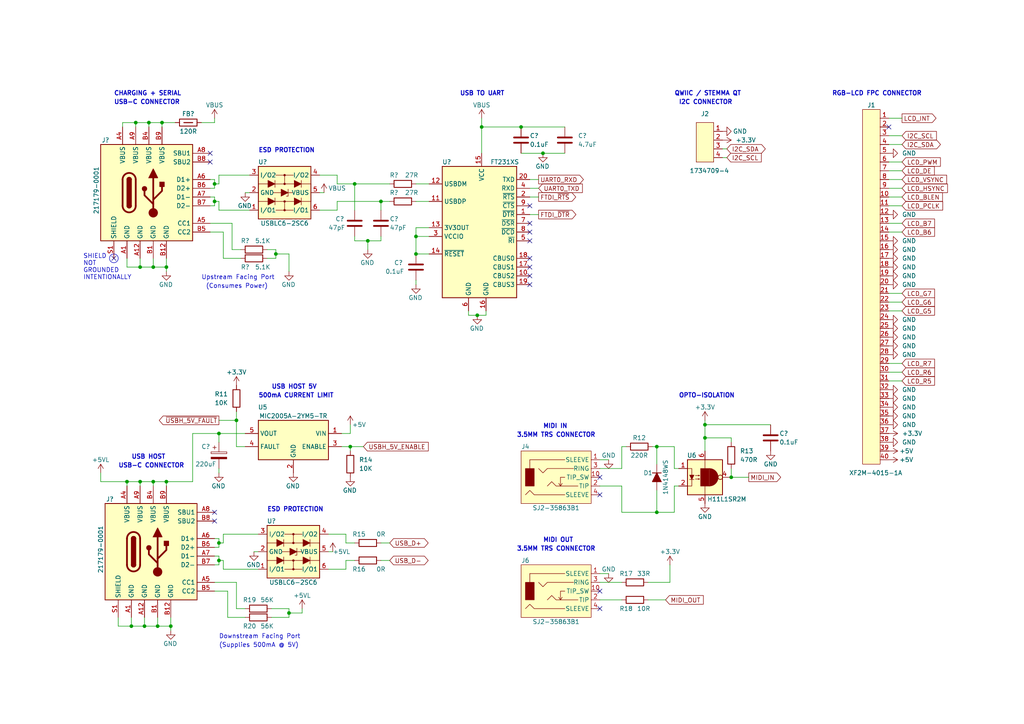
<source format=kicad_sch>
(kicad_sch (version 20230121) (generator eeschema)
  (paper "A4")
  (title_block (title "Tulip CC / Interface"))
  (lib_symbols
    (symbol "power:+3.3V" (power) (pin_names (offset 0))
      (property "Value" "+3.3V" (at 0 3.556 0))
      (symbol "+3.3V_1_1"
        (pin power_in line (at 0 0 90) (length 0) hide (name "+3.3V") (number "1"))
      )
    )
    (symbol "power:+5V" (power) (pin_names (offset 0))
      (property "Value" "+5V" (at 0 3.556 0))
      (symbol "+5V_1_1"
        (pin power_in line (at 0 0 90) (length 0) hide (name "+5V") (number "1"))
      )
    )
    (symbol "power:+5VL" (power) (pin_names (offset 0))
      (property "Value" "+5VL" (at 0 3.556 0))
      (symbol "+5VL_1_1"
        (pin power_in line (at 0 0 90) (length 0) hide (name "+5VL") (number "1"))
      )
    )
    (symbol "power:GND" (power) (pin_names (offset 0))
      (property "Value" "GND" (at 0 -3.81 0))
      (symbol "GND_1_1"
        (pin power_in line (at 0 0 270) (length 0) hide (name "GND") (number "1"))
      )
    )
    (symbol "power:VBUS" (power) (pin_names (offset 0))
      (property "Value" "VBUS" (at 0 3.81 0))
      (symbol "VBUS_1_1"
        (pin power_in line (at 0 0 90) (length 0) hide (name "VBUS") (number "1"))
      )
    )
    (symbol "tulipcc_symbol_lib:1N4148WS" (pin_numbers hide) (pin_names hide)
      (symbol "1N4148WS_1_1"
        (pin passive line (at -3.81 0 0) (length 2.54) (name "K") (number "1"))
        (pin passive line (at 3.81 0 180) (length 2.54) (name "A") (number "2"))
      )
    )
    (symbol "tulipcc_symbol_lib:CAP_0805_0.1UF" (pin_numbers hide) (pin_names (offset 0.254))
      (property "Reference" "C" (at 0.635 2.54 0))
      (property "Value" "0.1uF" (at 0.635 -2.54 0))
      (symbol "CAP_0805_0.1UF_1_1"
        (pin passive line (at 0 3.81 270) (length 2.794) (name "~") (number "1"))
        (pin passive line (at 0 -3.81 90) (length 2.794) (name "~") (number "2"))
      )
    )
    (symbol "tulipcc_symbol_lib:CAP_0805_4.7UF" (pin_numbers hide) (pin_names (offset 0.254))
      (property "Reference" "C" (at 0.635 2.54 0))
      (property "Value" "4.7uF" (at 0.635 -2.54 0))
      (symbol "CAP_0805_4.7UF_1_1"
        (pin passive line (at 0 3.81 270) (length 2.794) (name "~") (number "1"))
        (pin passive line (at 0 -3.81 90) (length 2.794) (name "~") (number "2"))
      )
    )
    (symbol "tulipcc_symbol_lib:CAP_0805_47PF" (pin_numbers hide) (pin_names (offset 0.254))
      (property "Reference" "C" (at 0.635 2.54 0))
      (property "Value" "47pF" (at 0.635 -2.54 0))
      (symbol "CAP_0805_47PF_1_1"
        (pin passive line (at 0 3.81 270) (length 2.794) (name "~") (number "1"))
        (pin passive line (at 0 -3.81 90) (length 2.794) (name "~") (number "2"))
      )
    )
    (symbol "tulipcc_symbol_lib:CAP_220UF_16V" (pin_numbers hide) (pin_names (offset 0.254))
      (property "Reference" "C" (at 0.635 2.54 0))
      (property "Value" "220uF" (at 0.635 -2.54 0))
      (symbol "CAP_220UF_16V_1_1"
        (pin passive line (at 0 3.81 270) (length 2.794) (name "") (number "1"))
        (pin passive line (at 0 -3.81 90) (length 2.794) (name "") (number "2"))
      )
    )
    (symbol "tulipcc_symbol_lib:CON_FPC40_XF2M-4015-1A"
      (property "Reference" "J" (at -3.81 1.27 0))
      (property "Value" "XF2M-4015-1A" (at -2.54 -105.41 0))
      (symbol "CON_FPC40_XF2M-4015-1A_1_1"
        (pin passive line (at 1.27 -2.54 180) (length 2.54) (name "") (number "1"))
        (pin passive line (at 1.27 -25.4 180) (length 2.54) (name "") (number "10"))
        (pin passive line (at 1.27 -27.94 180) (length 2.54) (name "") (number "11"))
        (pin passive line (at 1.27 -30.48 180) (length 2.54) (name "") (number "12"))
        (pin passive line (at 1.27 -33.02 180) (length 2.54) (name "") (number "13"))
        (pin passive line (at 1.27 -35.56 180) (length 2.54) (name "") (number "14"))
        (pin passive line (at 1.27 -38.1 180) (length 2.54) (name "") (number "15"))
        (pin passive line (at 1.27 -40.64 180) (length 2.54) (name "") (number "16"))
        (pin passive line (at 1.27 -43.18 180) (length 2.54) (name "") (number "17"))
        (pin passive line (at 1.27 -45.72 180) (length 2.54) (name "") (number "18"))
        (pin passive line (at 1.27 -48.26 180) (length 2.54) (name "") (number "19"))
        (pin passive line (at 1.27 -5.08 180) (length 2.54) (name "") (number "2"))
        (pin passive line (at 1.27 -50.8 180) (length 2.54) (name "") (number "20"))
        (pin passive line (at 1.27 -53.34 180) (length 2.54) (name "") (number "21"))
        (pin passive line (at 1.27 -55.88 180) (length 2.54) (name "") (number "22"))
        (pin passive line (at 1.27 -58.42 180) (length 2.54) (name "") (number "23"))
        (pin passive line (at 1.27 -60.96 180) (length 2.54) (name "") (number "24"))
        (pin passive line (at 1.27 -63.5 180) (length 2.54) (name "") (number "25"))
        (pin passive line (at 1.27 -66.04 180) (length 2.54) (name "") (number "26"))
        (pin passive line (at 1.27 -68.58 180) (length 2.54) (name "") (number "27"))
        (pin passive line (at 1.27 -71.12 180) (length 2.54) (name "") (number "28"))
        (pin passive line (at 1.27 -73.66 180) (length 2.54) (name "") (number "29"))
        (pin passive line (at 1.27 -7.62 180) (length 2.54) (name "") (number "3"))
        (pin passive line (at 1.27 -76.2 180) (length 2.54) (name "") (number "30"))
        (pin passive line (at 1.27 -78.74 180) (length 2.54) (name "") (number "31"))
        (pin passive line (at 1.27 -81.28 180) (length 2.54) (name "") (number "32"))
        (pin passive line (at 1.27 -83.82 180) (length 2.54) (name "") (number "33"))
        (pin passive line (at 1.27 -86.36 180) (length 2.54) (name "") (number "34"))
        (pin passive line (at 1.27 -88.9 180) (length 2.54) (name "") (number "35"))
        (pin passive line (at 1.27 -91.44 180) (length 2.54) (name "") (number "36"))
        (pin passive line (at 1.27 -93.98 180) (length 2.54) (name "") (number "37"))
        (pin passive line (at 1.27 -96.52 180) (length 2.54) (name "") (number "38"))
        (pin passive line (at 1.27 -99.06 180) (length 2.54) (name "") (number "39"))
        (pin passive line (at 1.27 -10.16 180) (length 2.54) (name "") (number "4"))
        (pin passive line (at 1.27 -101.6 180) (length 2.54) (name "") (number "40"))
        (pin passive line (at 1.27 -12.7 180) (length 2.54) (name "") (number "5"))
        (pin passive line (at 1.27 -15.24 180) (length 2.54) (name "") (number "6"))
        (pin passive line (at 1.27 -17.78 180) (length 2.54) (name "") (number "7"))
        (pin passive line (at 1.27 -20.32 180) (length 2.54) (name "") (number "8"))
        (pin passive line (at 1.27 -22.86 180) (length 2.54) (name "") (number "9"))
      )
    )
    (symbol "tulipcc_symbol_lib:CON_TE_1734709-4"
      (property "Reference" "J" (at 0 5.08 0))
      (property "Value" "1734709-4" (at -1.27 -11.43 0))
      (symbol "CON_TE_1734709-4_1_1"
        (pin passive line (at 5.08 1.27 180) (length 2.54) (name "") (number "1"))
        (pin passive line (at 5.08 -1.27 180) (length 2.54) (name "") (number "2"))
        (pin passive line (at 5.08 -3.81 180) (length 2.54) (name "") (number "3"))
        (pin passive line (at 5.08 -6.35 180) (length 2.54) (name "") (number "4"))
      )
    )
    (symbol "tulipcc_symbol_lib:CON_TRS_CUI_SJ2-35863B1"
      (property "Reference" "J" (at -8.89 8.89 0))
      (property "Value" "SJ2-35863B1" (at 0 -10.16 0))
      (symbol "CON_TRS_CUI_SJ2-35863B1_1_1"
        (pin passive line (at 12.7 5.08 180) (length 2.54) (name "SLEEVE") (number "1"))
        (pin passive line (at 12.7 0 180) (length 2.54) (name "TIP_SW") (number "10"))
        (pin passive line (at 12.7 -2.54 180) (length 2.54) (name "TIP") (number "2"))
        (pin passive line (at 12.7 2.54 180) (length 2.54) (name "RING") (number "3"))
        (pin passive line (at 12.7 -5.08 180) (length 2.54) (name "SLEEVE") (number "4"))
      )
    )
    (symbol "tulipcc_symbol_lib:FERRITE_0805_120R_3A" (pin_numbers hide) (pin_names (offset 0.254) hide)
      (property "Reference" "FB" (at -3.81 2.54 0))
      (property "Value" "120R" (at 1.27 2.54 0))
      (symbol "FERRITE_0805_120R_3A_1_1"
        (pin passive line (at -3.81 0 0) (length 1.27) (name "~") (number "1"))
        (pin passive line (at 3.81 0 180) (length 1.27) (name "~") (number "2"))
      )
    )
    (symbol "tulipcc_symbol_lib:FT231XS"
      (property "Reference" "U" (at -13.97 20.32 0))
      (property "Value" "FT231XS" (at 1.27 20.32 0))
      (symbol "FT231XS_1_1"
        (pin output line (at 11.43 5.08 180) (length 3.81) (name "~{DTR}") (number "1"))
        (pin bidirectional line (at 11.43 -12.7 180) (length 3.81) (name "CBUS2") (number "10"))
        (pin bidirectional line (at -17.78 8.89 0) (length 3.81) (name "USBDP") (number "11"))
        (pin bidirectional line (at -17.78 13.97 0) (length 3.81) (name "USBDM") (number "12"))
        (pin power_out line (at -17.78 1.27 0) (length 3.81) (name "3V3OUT") (number "13"))
        (pin input line (at -17.78 -6.35 0) (length 3.81) (name "~{RESET}") (number "14"))
        (pin power_in line (at -2.54 22.86 270) (length 3.81) (name "VCC") (number "15"))
        (pin power_in line (at -1.27 -22.86 90) (length 3.81) (name "GND") (number "16"))
        (pin bidirectional line (at 11.43 -10.16 180) (length 3.81) (name "CBUS1") (number "17"))
        (pin bidirectional line (at 11.43 -7.62 180) (length 3.81) (name "CBUS0") (number "18"))
        (pin bidirectional line (at 11.43 -15.24 180) (length 3.81) (name "CBUS3") (number "19"))
        (pin output line (at 11.43 10.16 180) (length 3.81) (name "~{RTS}") (number "2"))
        (pin output line (at 11.43 15.24 180) (length 3.81) (name "TXD") (number "20"))
        (pin power_in line (at -17.78 -1.27 0) (length 3.81) (name "VCCIO") (number "3"))
        (pin input line (at 11.43 12.7 180) (length 3.81) (name "RXD") (number "4"))
        (pin input line (at 11.43 -2.54 180) (length 3.81) (name "~{RI}") (number "5"))
        (pin power_in line (at -6.35 -22.86 90) (length 3.81) (name "GND") (number "6"))
        (pin input line (at 11.43 2.54 180) (length 3.81) (name "~{DSR}") (number "7"))
        (pin input line (at 11.43 0 180) (length 3.81) (name "~{DCD}") (number "8"))
        (pin input line (at 11.43 7.62 180) (length 3.81) (name "~{CTS}") (number "9"))
      )
    )
    (symbol "tulipcc_symbol_lib:H11L1SR2M" (pin_names (offset 1.016))
      (property "Reference" "U" (at 1.27 8.89 0))
      (property "Value" "H11L1SR2M" (at 1.27 6.35 0))
      (symbol "H11L1SR2M_1_1"
        (pin passive line (at -7.62 2.54 0) (length 2.54) (name "~") (number "1"))
        (pin passive line (at -7.62 -2.54 0) (length 2.54) (name "~") (number "2"))
        (pin no_connect line (at -5.08 0 0) (length 2.54) hide (name "~") (number "3"))
        (pin output inverted (at 7.62 0 180) (length 3.81) (name "~") (number "4"))
        (pin power_in line (at 0 -7.62 90) (length 2.54) (name "~") (number "5"))
        (pin power_in line (at 0 7.62 270) (length 2.54) (name "~") (number "6"))
      )
    )
    (symbol "tulipcc_symbol_lib:MIC2005A"
      (property "Reference" "U" (at -10.16 8.89 0))
      (property "Value" "MIC2005A-2YM5-TR" (at 12.7 -6.35 0))
      (symbol "MIC2005A_1_1"
        (pin power_in line (at -13.97 3.81 0) (length 3.81) (name "VIN") (number "1"))
        (pin power_in line (at 0 -7.62 90) (length 3.81) (name "GND") (number "2"))
        (pin input line (at -13.97 0 0) (length 3.81) (name "ENABLE") (number "3"))
        (pin output line (at 13.97 0 180) (length 3.81) (name "FAULT") (number "4"))
        (pin power_out line (at 13.97 3.81 180) (length 3.81) (name "VOUT") (number "5"))
      )
    )
    (symbol "tulipcc_symbol_lib:RES_0805_0R" (pin_numbers hide) (pin_names (offset 0))
      (property "Reference" "R" (at 0 2.032 0))
      (property "Value" "0R" (at 0 -2.54 0))
      (symbol "RES_0805_0R_1_1"
        (pin passive line (at -3.81 0 0) (length 1.27) (name "~") (number "1"))
        (pin passive line (at 3.81 0 180) (length 1.27) (name "~") (number "2"))
      )
    )
    (symbol "tulipcc_symbol_lib:RES_0805_10K" (pin_numbers hide) (pin_names (offset 0))
      (property "Reference" "R" (at 0 2.032 0))
      (property "Value" "10K" (at 0 -2.54 0))
      (symbol "RES_0805_10K_1_1"
        (pin passive line (at -3.81 0 0) (length 1.27) (name "~") (number "1"))
        (pin passive line (at 3.81 0 180) (length 1.27) (name "~") (number "2"))
      )
    )
    (symbol "tulipcc_symbol_lib:RES_0805_10R" (pin_numbers hide) (pin_names (offset 0))
      (property "Reference" "R" (at 0 2.032 0))
      (property "Value" "10R" (at 0 -2.54 0))
      (symbol "RES_0805_10R_1_1"
        (pin passive line (at -3.81 0 0) (length 1.27) (name "~") (number "1"))
        (pin passive line (at 3.81 0 180) (length 1.27) (name "~") (number "2"))
      )
    )
    (symbol "tulipcc_symbol_lib:RES_0805_220R" (pin_numbers hide) (pin_names (offset 0))
      (property "Reference" "R" (at 0 2.032 0))
      (property "Value" "220R" (at 0 -2.54 0))
      (symbol "RES_0805_220R_1_1"
        (pin passive line (at -3.81 0 0) (length 1.27) (name "~") (number "1"))
        (pin passive line (at 3.81 0 180) (length 1.27) (name "~") (number "2"))
      )
    )
    (symbol "tulipcc_symbol_lib:RES_0805_27R" (pin_numbers hide) (pin_names (offset 0))
      (property "Reference" "R" (at 0 2.032 0))
      (property "Value" "27R" (at 0 -2.54 0))
      (symbol "RES_0805_27R_1_1"
        (pin passive line (at -3.81 0 0) (length 1.27) (name "~") (number "1"))
        (pin passive line (at 3.81 0 180) (length 1.27) (name "~") (number "2"))
      )
    )
    (symbol "tulipcc_symbol_lib:RES_0805_33R" (pin_numbers hide) (pin_names (offset 0))
      (property "Reference" "R" (at 0 2.032 0))
      (property "Value" "33R" (at 0 -2.54 0))
      (symbol "RES_0805_33R_1_1"
        (pin passive line (at -3.81 0 0) (length 1.27) (name "~") (number "1"))
        (pin passive line (at 3.81 0 180) (length 1.27) (name "~") (number "2"))
      )
    )
    (symbol "tulipcc_symbol_lib:RES_0805_470R" (pin_numbers hide) (pin_names (offset 0))
      (property "Reference" "R" (at 0 2.032 0))
      (property "Value" "470R" (at 0 -2.54 0))
      (symbol "RES_0805_470R_1_1"
        (pin passive line (at -3.81 0 0) (length 1.27) (name "~") (number "1"))
        (pin passive line (at 3.81 0 180) (length 1.27) (name "~") (number "2"))
      )
    )
    (symbol "tulipcc_symbol_lib:RES_0805_56K" (pin_numbers hide) (pin_names (offset 0))
      (property "Reference" "R" (at 0 2.032 0))
      (property "Value" "56K" (at 0 -2.54 0))
      (symbol "RES_0805_56K_1_1"
        (pin passive line (at -3.81 0 0) (length 1.27) (name "~") (number "1"))
        (pin passive line (at 3.81 0 180) (length 1.27) (name "~") (number "2"))
      )
    )
    (symbol "tulipcc_symbol_lib:RES_0805_5K1" (pin_numbers hide) (pin_names (offset 0))
      (property "Reference" "R" (at 0 2.032 0))
      (property "Value" "5.1K" (at 0 -2.54 0))
      (symbol "RES_0805_5K1_1_1"
        (pin passive line (at -3.81 0 0) (length 1.27) (name "~") (number "1"))
        (pin passive line (at 3.81 0 180) (length 1.27) (name "~") (number "2"))
      )
    )
    (symbol "tulipcc_symbol_lib:USB-C_217179-0001"
      (property "Reference" "J" (at -11.43 15.24 0))
      (property "Value" "USB-C_217179-0001" (at -1.27 -26.67 0))
      (symbol "USB-C_217179-0001_1_1"
        (pin passive line (at -5.08 -19.05 90) (length 5.08) (name "GND") (number "A1"))
        (pin passive line (at -1.27 -19.05 90) (length 5.08) (name "GND") (number "A12"))
        (pin passive line (at -6.35 19.05 270) (length 5.08) (name "VBUS") (number "A4"))
        (pin bidirectional line (at 19.05 -8.89 180) (length 5.08) (name "CC1") (number "A5"))
        (pin bidirectional line (at 19.05 3.81 180) (length 5.08) (name "D1+") (number "A6"))
        (pin bidirectional line (at 19.05 -1.27 180) (length 5.08) (name "D1-") (number "A7"))
        (pin bidirectional line (at 19.05 11.43 180) (length 5.08) (name "SBU1") (number "A8"))
        (pin passive line (at -2.54 19.05 270) (length 5.08) (name "VBUS") (number "A9"))
        (pin passive line (at 2.54 -19.05 90) (length 5.08) (name "GND") (number "B1"))
        (pin passive line (at 6.35 -19.05 90) (length 5.08) (name "GND") (number "B12"))
        (pin passive line (at 1.27 19.05 270) (length 5.08) (name "VBUS") (number "B4"))
        (pin bidirectional line (at 19.05 -11.43 180) (length 5.08) (name "CC2") (number "B5"))
        (pin bidirectional line (at 19.05 1.27 180) (length 5.08) (name "D2+") (number "B6"))
        (pin bidirectional line (at 19.05 -3.81 180) (length 5.08) (name "D2-") (number "B7"))
        (pin bidirectional line (at 19.05 8.89 180) (length 5.08) (name "SBU2") (number "B8"))
        (pin passive line (at 5.08 19.05 270) (length 5.08) (name "VBUS") (number "B9"))
        (pin passive line (at -8.89 -19.05 90) (length 5.08) (name "SHIELD") (number "S1"))
      )
    )
    (symbol "tulipcc_symbol_lib:USBLC6-2SC6"
      (property "Reference" "U" (at -7.62 8.89 0))
      (property "Value" "USBLC6-2SC6" (at -7.62 -8.89 0))
      (symbol "USBLC6-2SC6_1_1"
        (pin passive line (at -10.16 5.08 0) (length 2.54) (name "I/O1") (number "1"))
        (pin passive line (at -10.16 0 0) (length 2.54) (name "GND") (number "2"))
        (pin passive line (at -10.16 -5.08 0) (length 2.54) (name "I/O2") (number "3"))
        (pin passive line (at 10.16 -5.08 180) (length 2.54) (name "I/O2") (number "4"))
        (pin passive line (at 10.16 0 180) (length 2.54) (name "VBUS") (number "5"))
        (pin passive line (at 10.16 5.08 180) (length 2.54) (name "I/O1") (number "6"))
      )
    )
  )
  (junction (at 204.47 123.19))
  (junction (at 157.48 44.45))
  (junction (at 138.43 91.44))
  (junction (at 120.65 73.66))
  (junction (at 110.49 58.42))
  (junction (at 106.68 69.85))
  (junction (at 212.09 138.43))
  (junction (at 48.26 77.47))
  (junction (at 40.64 77.47))
  (junction (at 44.45 139.7))
  (junction (at 63.5 157.48))
  (junction (at 41.91 181.61))
  (junction (at 62.23 58.42))
  (junction (at 62.23 53.34))
  (junction (at 204.47 127))
  (junction (at 48.26 139.7))
  (junction (at 63.5 162.56))
  (junction (at 151.13 36.83))
  (junction (at 139.7 36.83))
  (junction (at 63.5 125.73))
  (junction (at 39.37 35.56))
  (junction (at 190.5 129.54))
  (junction (at 44.45 77.47))
  (junction (at 190.5 148.59))
  (junction (at 40.64 139.7))
  (junction (at 101.6 129.54))
  (junction (at 45.72 181.61))
  (junction (at 68.58 121.92))
  (junction (at 43.18 35.56))
  (junction (at 49.53 181.61))
  (junction (at 83.82 177.8))
  (junction (at 46.99 35.56))
  (junction (at 38.1 181.61))
  (junction (at 102.87 53.34))
  (junction (at 80.01 73.66))
  (junction (at 36.83 139.7))
  (junction (at 120.65 68.58))
  (no_connect (at 60.96 44.45))
  (no_connect (at 173.99 171.45))
  (no_connect (at 62.23 148.59))
  (no_connect (at 173.99 143.51))
  (no_connect (at 153.67 74.93))
  (no_connect (at 153.67 64.77))
  (no_connect (at 60.96 46.99))
  (no_connect (at 153.67 67.31))
  (no_connect (at 153.67 82.55))
  (no_connect (at 153.67 69.85))
  (no_connect (at 153.67 59.69))
  (no_connect (at 62.23 151.13))
  (no_connect (at 257.81 36.83))
  (no_connect (at 173.99 176.53))
  (no_connect (at 173.99 138.43))
  (no_connect (at 153.67 80.01))
  (no_connect (at 33.02 74.93))
  (no_connect (at 153.67 77.47))
  (wire (pts (xy 153.67 57.15) (xy 156.21 57.15)))
  (wire (pts (xy 195.58 129.54) (xy 195.58 135.89)))
  (wire (pts (xy 41.91 179.07) (xy 41.91 181.61)))
  (wire (pts (xy 257.81 39.37) (xy 261.62 39.37)))
  (wire (pts (xy 110.49 69.85) (xy 110.49 68.58)))
  (wire (pts (xy 39.37 35.56) (xy 39.37 36.83)))
  (wire (pts (xy 97.79 50.8) (xy 92.71 50.8)))
  (wire (pts (xy 204.47 127) (xy 212.09 127)))
  (wire (pts (xy 151.13 44.45) (xy 157.48 44.45)))
  (wire (pts (xy 209.55 45.72) (xy 210.82 45.72)))
  (wire (pts (xy 204.47 127) (xy 204.47 130.81)))
  (wire (pts (xy 62.23 163.83) (xy 63.5 163.83)))
  (wire (pts (xy 173.99 166.37) (xy 176.53 166.37)))
  (wire (pts (xy 36.83 74.93) (xy 36.83 77.47)))
  (wire (pts (xy 62.23 161.29) (xy 63.5 161.29)))
  (wire (pts (xy 195.58 135.89) (xy 196.85 135.89)))
  (wire (pts (xy 48.26 77.47) (xy 48.26 74.93)))
  (wire (pts (xy 100.33 157.48) (xy 100.33 154.94)))
  (wire (pts (xy 194.31 163.83) (xy 194.31 168.91)))
  (wire (pts (xy 87.63 176.53) (xy 87.63 177.8)))
  (wire (pts (xy 180.34 129.54) (xy 181.61 129.54)))
  (wire (pts (xy 97.79 58.42) (xy 97.79 60.96)))
  (wire (pts (xy 139.7 34.29) (xy 139.7 36.83)))
  (wire (pts (xy 78.74 179.07) (xy 83.82 179.07)))
  (wire (pts (xy 60.96 57.15) (xy 62.23 57.15)))
  (wire (pts (xy 96.52 160.02) (xy 95.25 160.02)))
  (wire (pts (xy 63.5 161.29) (xy 63.5 162.56)))
  (wire (pts (xy 63.5 53.34) (xy 63.5 50.8)))
  (wire (pts (xy 48.26 139.7) (xy 48.26 140.97)))
  (wire (pts (xy 55.88 125.73) (xy 63.5 125.73)))
  (wire (pts (xy 101.6 123.19) (xy 101.6 125.73)))
  (wire (pts (xy 124.46 66.04) (xy 120.65 66.04)))
  (wire (pts (xy 62.23 58.42) (xy 62.23 59.69)))
  (wire (pts (xy 110.49 157.48) (xy 113.03 157.48)))
  (wire (pts (xy 67.31 72.39) (xy 69.85 72.39)))
  (wire (pts (xy 36.83 77.47) (xy 40.64 77.47)))
  (wire (pts (xy 83.82 176.53) (xy 83.82 177.8)))
  (wire (pts (xy 62.23 168.91) (xy 68.58 168.91)))
  (wire (pts (xy 140.97 90.17) (xy 140.97 91.44)))
  (wire (pts (xy 257.81 46.99) (xy 261.62 46.99)))
  (wire (pts (xy 60.96 64.77) (xy 67.31 64.77)))
  (wire (pts (xy 44.45 77.47) (xy 48.26 77.47)))
  (wire (pts (xy 63.5 157.48) (xy 63.5 158.75)))
  (wire (pts (xy 212.09 138.43) (xy 217.17 138.43)))
  (wire (pts (xy 55.88 125.73) (xy 55.88 139.7)))
  (wire (pts (xy 101.6 129.54) (xy 105.41 129.54)))
  (wire (pts (xy 257.81 67.31) (xy 261.62 67.31)))
  (wire (pts (xy 173.99 140.97) (xy 180.34 140.97)))
  (wire (pts (xy 62.23 53.34) (xy 62.23 54.61)))
  (wire (pts (xy 195.58 140.97) (xy 196.85 140.97)))
  (wire (pts (xy 210.82 43.18) (xy 209.55 43.18)))
  (wire (pts (xy 180.34 140.97) (xy 180.34 148.59)))
  (wire (pts (xy 106.68 69.85) (xy 106.68 72.39)))
  (wire (pts (xy 63.5 125.73) (xy 63.5 128.27)))
  (wire (pts (xy 60.96 54.61) (xy 62.23 54.61)))
  (wire (pts (xy 41.91 181.61) (xy 45.72 181.61)))
  (wire (pts (xy 45.72 179.07) (xy 45.72 181.61)))
  (wire (pts (xy 135.89 91.44) (xy 138.43 91.44)))
  (wire (pts (xy 157.48 44.45) (xy 163.83 44.45)))
  (wire (pts (xy 49.53 181.61) (xy 49.53 182.88)))
  (wire (pts (xy 187.96 173.99) (xy 193.04 173.99)))
  (wire (pts (xy 257.81 107.95) (xy 261.62 107.95)))
  (wire (pts (xy 139.7 36.83) (xy 139.7 44.45)))
  (wire (pts (xy 38.1 181.61) (xy 41.91 181.61)))
  (wire (pts (xy 43.18 35.56) (xy 43.18 36.83)))
  (wire (pts (xy 46.99 35.56) (xy 50.8 35.56)))
  (wire (pts (xy 257.81 110.49) (xy 261.62 110.49)))
  (wire (pts (xy 257.81 34.29) (xy 261.62 34.29)))
  (wire (pts (xy 64.77 154.94) (xy 74.93 154.94)))
  (wire (pts (xy 64.77 162.56) (xy 64.77 165.1)))
  (wire (pts (xy 64.77 157.48) (xy 64.77 154.94)))
  (wire (pts (xy 110.49 58.42) (xy 110.49 60.96)))
  (wire (pts (xy 173.99 168.91) (xy 180.34 168.91)))
  (wire (pts (xy 83.82 177.8) (xy 87.63 177.8)))
  (wire (pts (xy 120.65 66.04) (xy 120.65 68.58)))
  (wire (pts (xy 257.81 64.77) (xy 261.62 64.77)))
  (wire (pts (xy 120.65 81.28) (xy 120.65 82.55)))
  (wire (pts (xy 63.5 121.92) (xy 68.58 121.92)))
  (wire (pts (xy 40.64 139.7) (xy 40.64 140.97)))
  (wire (pts (xy 48.26 77.47) (xy 48.26 78.74)))
  (wire (pts (xy 40.64 77.47) (xy 44.45 77.47)))
  (wire (pts (xy 257.81 49.53) (xy 261.62 49.53)))
  (wire (pts (xy 68.58 176.53) (xy 71.12 176.53)))
  (wire (pts (xy 34.29 179.07) (xy 34.29 181.61)))
  (wire (pts (xy 63.5 157.48) (xy 64.77 157.48)))
  (wire (pts (xy 66.04 179.07) (xy 66.04 171.45)))
  (wire (pts (xy 257.81 52.07) (xy 261.62 52.07)))
  (wire (pts (xy 100.33 154.94) (xy 95.25 154.94)))
  (wire (pts (xy 68.58 121.92) (xy 68.58 129.54)))
  (wire (pts (xy 63.5 58.42) (xy 63.5 60.96)))
  (wire (pts (xy 63.5 60.96) (xy 72.39 60.96)))
  (wire (pts (xy 190.5 142.24) (xy 190.5 148.59)))
  (wire (pts (xy 257.81 85.09) (xy 261.62 85.09)))
  (wire (pts (xy 195.58 148.59) (xy 195.58 140.97)))
  (wire (pts (xy 187.96 168.91) (xy 194.31 168.91)))
  (wire (pts (xy 62.23 156.21) (xy 63.5 156.21)))
  (wire (pts (xy 39.37 35.56) (xy 43.18 35.56)))
  (wire (pts (xy 204.47 121.92) (xy 204.47 123.19)))
  (wire (pts (xy 64.77 74.93) (xy 69.85 74.93)))
  (wire (pts (xy 63.5 135.89) (xy 63.5 137.16)))
  (wire (pts (xy 153.67 54.61) (xy 156.21 54.61)))
  (wire (pts (xy 138.43 91.44) (xy 140.97 91.44)))
  (wire (pts (xy 153.67 62.23) (xy 156.21 62.23)))
  (wire (pts (xy 110.49 58.42) (xy 113.03 58.42)))
  (wire (pts (xy 257.81 59.69) (xy 261.62 59.69)))
  (wire (pts (xy 173.99 135.89) (xy 180.34 135.89)))
  (wire (pts (xy 64.77 165.1) (xy 74.93 165.1)))
  (wire (pts (xy 189.23 129.54) (xy 190.5 129.54)))
  (wire (pts (xy 257.81 90.17) (xy 261.62 90.17)))
  (wire (pts (xy 78.74 176.53) (xy 83.82 176.53)))
  (wire (pts (xy 173.99 133.35) (xy 176.53 133.35)))
  (wire (pts (xy 102.87 53.34) (xy 102.87 60.96)))
  (wire (pts (xy 102.87 68.58) (xy 102.87 69.85)))
  (wire (pts (xy 62.23 53.34) (xy 63.5 53.34)))
  (wire (pts (xy 120.65 68.58) (xy 120.65 73.66)))
  (wire (pts (xy 36.83 139.7) (xy 36.83 140.97)))
  (wire (pts (xy 101.6 129.54) (xy 101.6 130.81)))
  (wire (pts (xy 63.5 50.8) (xy 72.39 50.8)))
  (wire (pts (xy 120.65 68.58) (xy 124.46 68.58)))
  (wire (pts (xy 106.68 69.85) (xy 110.49 69.85)))
  (wire (pts (xy 60.96 52.07) (xy 62.23 52.07)))
  (wire (pts (xy 62.23 58.42) (xy 63.5 58.42)))
  (wire (pts (xy 190.5 148.59) (xy 195.58 148.59)))
  (wire (pts (xy 110.49 162.56) (xy 113.03 162.56)))
  (wire (pts (xy 36.83 139.7) (xy 40.64 139.7)))
  (wire (pts (xy 102.87 69.85) (xy 106.68 69.85)))
  (wire (pts (xy 45.72 181.61) (xy 49.53 181.61)))
  (wire (pts (xy 97.79 60.96) (xy 92.71 60.96)))
  (wire (pts (xy 190.5 129.54) (xy 190.5 134.62)))
  (wire (pts (xy 43.18 35.56) (xy 46.99 35.56)))
  (wire (pts (xy 93.98 55.88) (xy 92.71 55.88)))
  (wire (pts (xy 62.23 52.07) (xy 62.23 53.34)))
  (wire (pts (xy 46.99 35.56) (xy 46.99 36.83)))
  (wire (pts (xy 35.56 35.56) (xy 39.37 35.56)))
  (wire (pts (xy 180.34 148.59) (xy 190.5 148.59)))
  (wire (pts (xy 99.06 129.54) (xy 101.6 129.54)))
  (wire (pts (xy 120.65 73.66) (xy 124.46 73.66)))
  (wire (pts (xy 63.5 125.73) (xy 71.12 125.73)))
  (wire (pts (xy 257.81 105.41) (xy 261.62 105.41)))
  (wire (pts (xy 77.47 74.93) (xy 80.01 74.93)))
  (wire (pts (xy 80.01 74.93) (xy 80.01 73.66)))
  (wire (pts (xy 77.47 72.39) (xy 80.01 72.39)))
  (wire (pts (xy 100.33 162.56) (xy 102.87 162.56)))
  (wire (pts (xy 62.23 57.15) (xy 62.23 58.42)))
  (wire (pts (xy 204.47 123.19) (xy 204.47 127)))
  (wire (pts (xy 212.09 135.89) (xy 212.09 138.43)))
  (wire (pts (xy 68.58 168.91) (xy 68.58 176.53)))
  (wire (pts (xy 257.81 41.91) (xy 261.62 41.91)))
  (wire (pts (xy 44.45 74.93) (xy 44.45 77.47)))
  (wire (pts (xy 49.53 181.61) (xy 49.53 179.07)))
  (wire (pts (xy 67.31 64.77) (xy 67.31 72.39)))
  (wire (pts (xy 257.81 87.63) (xy 261.62 87.63)))
  (wire (pts (xy 60.96 67.31) (xy 64.77 67.31)))
  (wire (pts (xy 153.67 52.07) (xy 156.21 52.07)))
  (wire (pts (xy 97.79 58.42) (xy 110.49 58.42)))
  (wire (pts (xy 60.96 59.69) (xy 62.23 59.69)))
  (wire (pts (xy 73.66 160.02) (xy 74.93 160.02)))
  (wire (pts (xy 100.33 162.56) (xy 100.33 165.1)))
  (wire (pts (xy 71.12 55.88) (xy 72.39 55.88)))
  (wire (pts (xy 55.88 139.7) (xy 48.26 139.7)))
  (wire (pts (xy 66.04 179.07) (xy 71.12 179.07)))
  (wire (pts (xy 173.99 173.99) (xy 180.34 173.99)))
  (wire (pts (xy 100.33 157.48) (xy 102.87 157.48)))
  (wire (pts (xy 40.64 74.93) (xy 40.64 77.47)))
  (wire (pts (xy 38.1 179.07) (xy 38.1 181.61)))
  (wire (pts (xy 212.09 127) (xy 212.09 128.27)))
  (wire (pts (xy 102.87 53.34) (xy 97.79 53.34)))
  (wire (pts (xy 151.13 36.83) (xy 163.83 36.83)))
  (wire (pts (xy 44.45 139.7) (xy 48.26 139.7)))
  (wire (pts (xy 68.58 129.54) (xy 71.12 129.54)))
  (wire (pts (xy 68.58 119.38) (xy 68.58 121.92)))
  (wire (pts (xy 190.5 129.54) (xy 195.58 129.54)))
  (wire (pts (xy 35.56 35.56) (xy 35.56 36.83)))
  (wire (pts (xy 44.45 139.7) (xy 44.45 140.97)))
  (wire (pts (xy 83.82 73.66) (xy 80.01 73.66)))
  (wire (pts (xy 120.65 58.42) (xy 124.46 58.42)))
  (wire (pts (xy 102.87 53.34) (xy 113.03 53.34)))
  (wire (pts (xy 83.82 78.74) (xy 83.82 73.66)))
  (wire (pts (xy 34.29 181.61) (xy 38.1 181.61)))
  (wire (pts (xy 58.42 35.56) (xy 62.23 35.56)))
  (wire (pts (xy 64.77 74.93) (xy 64.77 67.31)))
  (wire (pts (xy 63.5 156.21) (xy 63.5 157.48)))
  (wire (pts (xy 62.23 171.45) (xy 66.04 171.45)))
  (wire (pts (xy 62.23 35.56) (xy 62.23 34.29)))
  (wire (pts (xy 99.06 125.73) (xy 101.6 125.73)))
  (wire (pts (xy 120.65 53.34) (xy 124.46 53.34)))
  (wire (pts (xy 40.64 139.7) (xy 44.45 139.7)))
  (wire (pts (xy 29.21 139.7) (xy 36.83 139.7)))
  (wire (pts (xy 257.81 57.15) (xy 261.62 57.15)))
  (wire (pts (xy 62.23 158.75) (xy 63.5 158.75)))
  (wire (pts (xy 80.01 72.39) (xy 80.01 73.66)))
  (wire (pts (xy 204.47 123.19) (xy 223.52 123.19)))
  (wire (pts (xy 135.89 90.17) (xy 135.89 91.44)))
  (wire (pts (xy 180.34 135.89) (xy 180.34 129.54)))
  (wire (pts (xy 139.7 36.83) (xy 151.13 36.83)))
  (wire (pts (xy 100.33 165.1) (xy 95.25 165.1)))
  (wire (pts (xy 257.81 54.61) (xy 261.62 54.61)))
  (wire (pts (xy 97.79 53.34) (xy 97.79 50.8)))
  (wire (pts (xy 29.21 137.16) (xy 29.21 139.7)))
  (wire (pts (xy 83.82 177.8) (xy 83.82 179.07)))
  (wire (pts (xy 63.5 162.56) (xy 63.5 163.83)))
  (wire (pts (xy 63.5 162.56) (xy 64.77 162.56)))
  (circle (center 33.02 74.93) (radius 1.27))
  (text "USB TO UART" (at 133.35 27.94 0) (effects (font (size 1.27 1.27) (thickness 0.254) bold) (justify left bottom)))
  (text "3.5MM TRS CONNECTOR" (at 149.86 127 0) (effects (font (size 1.27 1.27) (thickness 0.254) bold) (justify left bottom)))
  (text "500mA CURRENT LIMIT" (at 74.93 115.57 0) (effects (font (size 1.27 1.27) (thickness 0.254) bold) (justify left bottom)))
  (text "OPTO-ISOLATION" (at 196.85 115.57 0) (effects (font (size 1.27 1.27) (thickness 0.254) bold) (justify left bottom)))
  (text "MIDI IN" (at 157.48 124.46 0) (effects (font (size 1.27 1.27) (thickness 0.254) bold) (justify left bottom)))
  (text "USB-C CONNECTOR" (at 33.02 30.48 0) (effects (font (size 1.27 1.27) (thickness 0.254) bold) (justify left bottom)))
  (text "3.5MM TRS CONNECTOR" (at 149.86 160.02 0) (effects (font (size 1.27 1.27) (thickness 0.254) bold) (justify left bottom)))
  (text "USB HOST 5V" (at 78.74 113.03 0) (effects (font (size 1.27 1.27) (thickness 0.254) bold) (justify left bottom)))
  (text "ESD PROTECTION" (at 77.47 148.59 0) (effects (font (size 1.27 1.27) (thickness 0.254) bold) (justify left bottom)))
  (text "USB HOST" (at 38.1 133.35 0) (effects (font (size 1.27 1.27) (thickness 0.254) bold) (justify left bottom)))
  (text "SHIELD\nNOT\nGROUNDED\nINTENTIONALLY" (at 24.13 81.28 0) (effects (font (size 1.27 1.27)) (justify left bottom)))
  (text "I2C CONNECTOR" (at 196.85 30.48 0) (effects (font (size 1.27 1.27) (thickness 0.254) bold) (justify left bottom)))
  (text "RGB-LCD FPC CONNECTOR" (at 241.3 27.94 0) (effects (font (size 1.27 1.27) (thickness 0.254) bold) (justify left bottom)))
  (text "MIDI OUT" (at 157.48 157.48 0) (effects (font (size 1.27 1.27) (thickness 0.254) bold) (justify left bottom)))
  (text "Upstream Facing Port" (at 58.42 81.28 0) (effects (font (size 1.27 1.27)) (justify left bottom)))
  (text "QWIIC / STEMMA QT" (at 195.58 27.94 0) (effects (font (size 1.27 1.27) (thickness 0.254) bold) (justify left bottom)))
  (text "(Consumes Power)" (at 59.69 83.82 0) (effects (font (size 1.27 1.27)) (justify left bottom)))
  (text "ESD PROTECTION" (at 74.93 44.45 0) (effects (font (size 1.27 1.27) (thickness 0.254) bold) (justify left bottom)))
  (text "Downstream Facing Port" (at 63.5 185.42 0) (effects (font (size 1.27 1.27)) (justify left bottom)))
  (text "CHARGING + SERIAL" (at 33.02 27.94 0) (effects (font (size 1.27 1.27) (thickness 0.254) bold) (justify left bottom)))
  (text "(Supplies 500mA @ 5V)\n" (at 63.5 187.96 0) (effects (font (size 1.27 1.27)) (justify left bottom)))
  (text "USB-C CONNECTOR" (at 34.29 135.89 0) (effects (font (size 1.27 1.27) (thickness 0.254) bold) (justify left bottom)))
  (global_label "USB_D-" (shape bidirectional) (at 113.03 162.56 0) (property "Intersheetrefs" "${INTERSHEET_REFS}" (effects hide)))
  (global_label "USBH_5V_ENABLE" (shape input) (at 105.41 129.54 0) (property "Intersheetrefs" "${INTERSHEET_REFS}" (effects hide)))
  (global_label "LCD_R5" (shape input) (at 261.62 110.49 0) (property "Intersheetrefs" "${INTERSHEET_REFS}" (effects hide)))
  (global_label "~{USBH_5V_FAULT}" (shape output) (at 63.5 121.92 180) (property "Intersheetrefs" "${INTERSHEET_REFS}" (effects hide)))
  (global_label "LCD_VSYNC" (shape input) (at 261.62 52.07 0) (property "Intersheetrefs" "${INTERSHEET_REFS}" (effects hide)))
  (global_label "LCD_PCLK" (shape input) (at 261.62 59.69 0) (property "Intersheetrefs" "${INTERSHEET_REFS}" (effects hide)))
  (global_label "LCD_G5" (shape input) (at 261.62 90.17 0) (property "Intersheetrefs" "${INTERSHEET_REFS}" (effects hide)))
  (global_label "I2C_SCL" (shape input) (at 210.82 45.72 0) (property "Intersheetrefs" "${INTERSHEET_REFS}" (effects hide)))
  (global_label "LCD_INT" (shape output) (at 261.62 34.29 0) (property "Intersheetrefs" "${INTERSHEET_REFS}" (effects hide)))
  (global_label "MIDI_IN" (shape output) (at 217.17 138.43 0) (property "Intersheetrefs" "${INTERSHEET_REFS}" (effects hide)))
  (global_label "I2C_SCL" (shape input) (at 261.62 39.37 0) (property "Intersheetrefs" "${INTERSHEET_REFS}" (effects hide)))
  (global_label "FTDI_~{DTR}" (shape output) (at 156.21 62.23 0) (property "Intersheetrefs" "${INTERSHEET_REFS}" (effects hide)))
  (global_label "USB_D+" (shape bidirectional) (at 113.03 157.48 0) (property "Intersheetrefs" "${INTERSHEET_REFS}" (effects hide)))
  (global_label "LCD_B7" (shape input) (at 261.62 64.77 0) (property "Intersheetrefs" "${INTERSHEET_REFS}" (effects hide)))
  (global_label "LCD_B6" (shape input) (at 261.62 67.31 0) (property "Intersheetrefs" "${INTERSHEET_REFS}" (effects hide)))
  (global_label "LCD_G6" (shape input) (at 261.62 87.63 0) (property "Intersheetrefs" "${INTERSHEET_REFS}" (effects hide)))
  (global_label "LCD_R6" (shape input) (at 261.62 107.95 0) (property "Intersheetrefs" "${INTERSHEET_REFS}" (effects hide)))
  (global_label "UART0_RXD" (shape output) (at 156.21 52.07 0) (property "Intersheetrefs" "${INTERSHEET_REFS}" (effects hide)))
  (global_label "I2C_SDA" (shape bidirectional) (at 210.82 43.18 0) (property "Intersheetrefs" "${INTERSHEET_REFS}" (effects hide)))
  (global_label "LCD_R7" (shape input) (at 261.62 105.41 0) (property "Intersheetrefs" "${INTERSHEET_REFS}" (effects hide)))
  (global_label "LCD_G7" (shape input) (at 261.62 85.09 0) (property "Intersheetrefs" "${INTERSHEET_REFS}" (effects hide)))
  (global_label "FTDI_~{RTS}" (shape output) (at 156.21 57.15 0) (property "Intersheetrefs" "${INTERSHEET_REFS}" (effects hide)))
  (global_label "LCD_DE" (shape input) (at 261.62 49.53 0) (property "Intersheetrefs" "${INTERSHEET_REFS}" (effects hide)))
  (global_label "LCD_PWM" (shape input) (at 261.62 46.99 0) (property "Intersheetrefs" "${INTERSHEET_REFS}" (effects hide)))
  (global_label "I2C_SDA" (shape bidirectional) (at 261.62 41.91 0) (property "Intersheetrefs" "${INTERSHEET_REFS}" (effects hide)))
  (global_label "LCD_HSYNC" (shape input) (at 261.62 54.61 0) (property "Intersheetrefs" "${INTERSHEET_REFS}" (effects hide)))
  (global_label "UART0_TXD" (shape input) (at 156.21 54.61 0) (property "Intersheetrefs" "${INTERSHEET_REFS}" (effects hide)))
  (global_label "MIDI_OUT" (shape input) (at 193.04 173.99 0) (property "Intersheetrefs" "${INTERSHEET_REFS}" (effects hide)))
  (global_label "LCD_BLEN" (shape input) (at 261.62 57.15 0) (property "Intersheetrefs" "${INTERSHEET_REFS}" (effects hide)))
  (symbol (lib_id "tulipcc_symbol_lib:CAP_0805_0.1UF") (at 120.65 77.47 0) (unit 1)
    (property "Reference" "C?" (at 114.3 76.2 0) (effects (justify left)))
    (property "Value" "0.1uF" (at 111.76 78.74 0) (effects (justify left)))
    (property "Footprint" "tulipcc_footprint_lib:C_0805_2012" (effects hide))
    (property "Datasheet" "https://www.mouser.com/datasheet/2/212/KEM_C1002_X7R_SMD-1102033.pdf" (effects hide))
    (property "Manufacturer" "Kemet" (effects hide))
    (property "Part #" "C0805C104K5RAC7411" (effects hide))
    (property "Supplier 1" "Mouser" (effects hide))
    (property "Supplier 1 #" "80-C0805C104K5RACLR" (effects hide))
    (property "Supplier 2" "DigiKey" (effects hide))
    (property "Supplier 2 #" "399-C0805C104K5RAC7800CT-ND " (effects hide))
    (instances (project "tulipcc" (path "" (reference "C?") (unit 1)) (path "" (reference "C8") (unit 1))))
  )
  (symbol (lib_id "power:GND") (at 257.81 113.03 90) (unit 1)
    (property "Reference" "#PWR?" (effects hide))
    (property "Value" "GND" (at 261.62 113.03 90) (effects (justify right)))
    (instances (project "tulipcc" (path "" (reference "#PWR?") (unit 1)) (path "" (reference "#PWR033") (unit 1))) (project "sassafras" (path "" (reference "#PWR?") (unit 1))))
  )
  (symbol (lib_id "tulipcc_symbol_lib:USB-C_217179-0001") (at 43.18 160.02 0) (unit 1)
    (property "Reference" "J?" (at 33.02 144.78 0) (effects (justify right)))
    (property "Value" "217179-0001" (at 29.21 152.4 90) (effects (justify right)))
    (property "Footprint" "tulipcc_footprint_lib:USB-C_Molex_217179-0001" (effects hide))
    (property "Datasheet" "https://www.molex.com/pdm_docs/sd/2171790001_sd.pdf" (effects hide))
    (property "Manufacturer" "Molex" (effects hide))
    (property "Part #" "217179-0001" (effects hide))
    (property "Supplier 1" "Mouser" (effects hide))
    (property "Supplier 1 #" "538-217179-0001" (effects hide))
    (property "Supplier 2" "DigiKey" (effects hide))
    (property "Supplier 2 #" "900-2171790001CT-ND " (effects hide))
    (instances (project "tulipcc" (path "" (reference "J?") (unit 1)) (path "" (reference "J5") (unit 1))))
  )
  (symbol (lib_id "power:VBUS") (at 62.23 34.29 0) (unit 1)
    (property "Reference" "#PWR?" (effects hide))
    (property "Value" "VBUS" (at 62.23 30.48 0))
    (instances (project "tulipcc" (path "" (reference "#PWR?") (unit 1)) (path "" (reference "#PWR07") (unit 1))) (project "sassafras" (path "" (reference "#PWR?") (unit 1))))
  )
  (symbol (lib_id "power:GND") (at 120.65 82.55 0) (unit 1)
    (property "Reference" "#PWR?" (effects hide))
    (property "Value" "GND" (at 122.555 86.36 0) (effects (justify right)))
    (instances (project "tulipcc" (path "" (reference "#PWR?") (unit 1)) (path "" (reference "#PWR024") (unit 1))) (project "sassafras" (path "" (reference "#PWR?") (unit 1))))
  )
  (symbol (lib_id "tulipcc_symbol_lib:RES_0805_220R") (at 185.42 129.54 0) (unit 1)
    (property "Reference" "R12" (at 185.42 127 0))
    (property "Value" "220R" (at 185.42 132.08 0))
    (property "Footprint" "tulipcc_footprint_lib:R_0805_2012" (effects hide))
    (property "Datasheet" "https://www.mouser.com/datasheet/2/54/cr-1858361.pdf" (effects hide))
    (property "Manufacturer" "Bourns" (effects hide))
    (property "Part #" "CR0805-FX-2200ELF" (effects hide))
    (property "Supplier 1" "Mouser" (effects hide))
    (property "Supplier 1 #" "652-CR0805FX-2200ELF" (effects hide))
    (property "Supplier 2" "DigiKey" (effects hide))
    (property "Supplier 2 #" "CR0805-FX-2200ELFCT-ND" (effects hide))
  )
  (symbol (lib_id "power:GND") (at 257.81 92.71 90) (unit 1)
    (property "Reference" "#PWR?" (effects hide))
    (property "Value" "GND" (at 261.62 92.71 90) (effects (justify right)))
    (instances (project "tulipcc" (path "" (reference "#PWR?") (unit 1)) (path "" (reference "#PWR027") (unit 1))) (project "sassafras" (path "" (reference "#PWR?") (unit 1))))
  )
  (symbol (lib_id "power:+3.3V") (at 194.31 163.83 0) (unit 1)
    (property "Reference" "#PWR053" (effects hide))
    (property "Value" "+3.3V" (at 194.31 160.02 0))
    (instances (project "tulipcc" (path "" (reference "#PWR053") (unit 1))) (project "sassafras" (path "" (reference "#PWR?") (unit 1))))
  )
  (symbol (lib_id "power:GND") (at 257.81 72.39 90) (unit 1)
    (property "Reference" "#PWR?" (effects hide))
    (property "Value" "GND" (at 261.62 72.39 90) (effects (justify right)))
    (instances (project "tulipcc" (path "" (reference "#PWR?") (unit 1)) (path "" (reference "#PWR018") (unit 1))) (project "sassafras" (path "" (reference "#PWR?") (unit 1))))
  )
  (symbol (lib_id "power:GND") (at 138.43 91.44 0) (unit 1)
    (property "Reference" "#PWR?" (effects hide))
    (property "Value" "GND" (at 140.335 95.25 0) (effects (justify right)))
    (instances (project "tulipcc" (path "" (reference "#PWR?") (unit 1)) (path "" (reference "#PWR026") (unit 1))) (project "sassafras" (path "" (reference "#PWR?") (unit 1))))
  )
  (symbol (lib_id "tulipcc_symbol_lib:CAP_0805_47PF") (at 102.87 64.77 0) (unit 1)
    (property "Reference" "C?" (at 97.282 63.5 0) (effects (justify left)))
    (property "Value" "47pF" (at 95.25 66.04 0) (effects (justify left)))
    (property "Footprint" "tulipcc_footprint_lib:C_0805_2012" (effects hide))
    (property "Datasheet" "https://www.mouser.com/datasheet/2/212/KEM_C1002_X7R_SMD-1102033.pdf" (effects hide))
    (property "Manufacturer" "Kemet" (effects hide))
    (property "Part #" "C0805C470K5RACTU" (effects hide))
    (property "Supplier 1" "Mouser" (effects hide))
    (property "Supplier 1 #" "80-C0805C470K5RACTU" (effects hide))
    (property "Supplier 2" "DigiKey" (effects hide))
    (property "Supplier 2 #" "399-C0805C470K5RAC7800CT-ND" (effects hide))
    (instances (project "tulipcc" (path "" (reference "C?") (unit 1)) (path "" (reference "C6") (unit 1))))
  )
  (symbol (lib_id "tulipcc_symbol_lib:RES_0805_5K1") (at 73.66 72.39 0) (unit 1)
    (property "Reference" "R?" (at 71.12 69.85 0))
    (property "Value" "5.1K" (at 76.2 69.85 0))
    (property "Footprint" "tulipcc_footprint_lib:R_0805_2012" (effects hide))
    (property "Datasheet" "https://www.mouser.com/datasheet/2/54/cr-1858361.pdf" (effects hide))
    (property "Manufacturer" "Bourns" (effects hide))
    (property "Part #" "CR0805-FX-5101ELF" (effects hide))
    (property "Supplier 1" "Mouser" (effects hide))
    (property "Supplier 1 #" "652-CR0805FX-5101ELF" (effects hide))
    (property "Supplier 2" "DigiKey" (effects hide))
    (property "Supplier 2 #" "CR0805-FX-5101ELFCT-ND" (effects hide))
    (instances (project "tulipcc" (path "" (reference "R?") (unit 1)) (path "" (reference "R9") (unit 1))))
  )
  (symbol (lib_id "power:VBUS") (at 139.7 34.29 0) (unit 1)
    (property "Reference" "#PWR?" (effects hide))
    (property "Value" "VBUS" (at 139.7 30.48 0))
    (instances (project "tulipcc" (path "" (reference "#PWR?") (unit 1)) (path "" (reference "#PWR08") (unit 1))) (project "sassafras" (path "" (reference "#PWR?") (unit 1))))
  )
  (symbol (lib_id "tulipcc_symbol_lib:CON_TE_1734709-4") (at 204.47 39.37 0) (unit 1)
    (property "Reference" "J2" (at 204.47 33.02 0))
    (property "Value" "1734709-4" (at 205.74 49.53 0))
    (property "Footprint" "tulipcc_footprint_lib:TE_1734709-4" (effects hide))
    (property "Datasheet" "https://www.mouser.com/datasheet/2/418/7/ENG_CD_1734709_B1-2017154.pdf" (effects hide))
    (property "Manufacturer" "TE" (effects hide))
    (property "Part #" "1734709-4" (effects hide))
    (property "Supplier 1" "Mouser" (effects hide))
    (property "Supplier 1 #" "571-1734709-4" (effects hide))
    (property "Supplier 2" "DigiKey" (effects hide))
    (property "Supplier 2 #" "A99957CT-ND" (effects hide))
  )
  (symbol (lib_id "tulipcc_symbol_lib:RES_0805_33R") (at 184.15 168.91 0) (unit 1)
    (property "Reference" "R17" (at 181.61 166.37 0))
    (property "Value" "33R" (at 186.69 166.37 0))
    (property "Footprint" "tulipcc_footprint_lib:R_0805_2012" (effects hide))
    (property "Datasheet" "https://www.mouser.com/datasheet/2/54/cr-1858361.pdf" (effects hide))
    (property "Manufacturer" "Bourns" (effects hide))
    (property "Part #" "CR0805-FX-3002ELF" (effects hide))
    (property "Supplier 1" "Mouser" (effects hide))
    (property "Supplier 1 #" "652-CR0805FX-33R0ELF" (effects hide))
    (property "Supplier 2" "DigiKey" (effects hide))
    (property "Supplier 2 #" "118-CR0805-FX-3002ELFCT-ND" (effects hide))
  )
  (symbol (lib_id "tulipcc_symbol_lib:H11L1SR2M") (at 204.47 138.43 0) (unit 1)
    (property "Reference" "U6" (at 200.66 132.08 0))
    (property "Value" "H11L1SR2M" (at 210.82 144.78 0))
    (property "Footprint" "tulipcc_footprint_lib:PDIP6-SMD" (effects hide))
    (property "Datasheet" "https://www.onsemi.com/pub/Collateral/H11L3M-D.PDF" (effects hide))
    (property "Manufacturer" "Onsemi" (effects hide))
    (property "Part #" "H11L1SR2M" (effects hide))
    (property "Supplier 1" "Mouser" (effects hide))
    (property "Supplier 1 #" "512-H11L1SR2M" (effects hide))
    (property "Supplier 2" "DigiKey" (effects hide))
    (property "Supplier 2 #" "H11L1SR2MCT-ND" (effects hide))
  )
  (symbol (lib_id "tulipcc_symbol_lib:CAP_0805_47PF") (at 110.49 64.77 0) (unit 1)
    (property "Reference" "C?" (at 113.03 63.5 0) (effects (justify left)))
    (property "Value" "47pF" (at 113.03 66.04 0) (effects (justify left)))
    (property "Footprint" "tulipcc_footprint_lib:C_0805_2012" (effects hide))
    (property "Datasheet" "https://www.mouser.com/datasheet/2/212/KEM_C1002_X7R_SMD-1102033.pdf" (effects hide))
    (property "Manufacturer" "Kemet" (effects hide))
    (property "Part #" "C0805C470K5RACTU" (effects hide))
    (property "Supplier 1" "Mouser" (effects hide))
    (property "Supplier 1 #" "80-C0805C470K5RACTU" (effects hide))
    (property "Supplier 2" "DigiKey" (effects hide))
    (property "Supplier 2 #" "399-C0805C470K5RAC7800CT-ND" (effects hide))
    (instances (project "tulipcc" (path "" (reference "C?") (unit 1)) (path "" (reference "C7") (unit 1))))
  )
  (symbol (lib_id "tulipcc_symbol_lib:RES_0805_0R") (at 106.68 162.56 0) (mirror x) (unit 1)
    (property "Reference" "R16" (at 104.14 165.1 0))
    (property "Value" "0R" (at 110.49 165.1 0))
    (property "Footprint" "tulipcc_footprint_lib:R_0805_2012" (effects hide))
    (property "Datasheet" "https://www.mouser.com/datasheet/2/54/cr-1858361.pdf" (effects hide))
    (property "Manufacturer" "Bourns" (effects hide))
    (property "Part #" "CR0805-J/-000ELF" (effects hide))
    (property "Supplier 1" "Mouser" (effects hide))
    (property "Supplier 1 #" "652-CR0805-J/-000ELF" (effects hide))
    (property "Supplier 2" "DigiKey" (effects hide))
    (property "Supplier 2 #" "CR0805-J/-000ELFCT-ND" (effects hide))
  )
  (symbol (lib_id "power:+5VL") (at 29.21 137.16 0) (unit 1)
    (property "Reference" "#PWR046" (effects hide))
    (property "Value" "+5VL" (at 29.21 133.35 0))
  )
  (symbol (lib_id "power:GND") (at 257.81 100.33 90) (unit 1)
    (property "Reference" "#PWR?" (effects hide))
    (property "Value" "GND" (at 261.62 100.33 90) (effects (justify right)))
    (instances (project "tulipcc" (path "" (reference "#PWR?") (unit 1)) (path "" (reference "#PWR030") (unit 1))) (project "sassafras" (path "" (reference "#PWR?") (unit 1))))
  )
  (symbol (lib_id "power:+5VL") (at 87.63 176.53 0) (unit 1)
    (property "Reference" "#PWR055" (effects hide))
    (property "Value" "+5VL" (at 87.63 172.72 0))
  )
  (symbol (lib_id "tulipcc_symbol_lib:FT231XS") (at 142.24 67.31 0) (unit 1)
    (property "Reference" "U?" (at 128.27 46.99 0) (effects (justify left)))
    (property "Value" "FT231XS" (at 142.24 46.99 0) (effects (justify left)))
    (property "Footprint" "tulipcc_footprint_lib:SSOP-20_3.9x8.7mm_P0.635mm" (effects hide))
    (property "Datasheet" "https://www.ftdichip.com/Support/Documents/DataSheets/ICs/DS_FT231X.pdf" (effects hide))
    (property "Manufacturer" "FTDI" (effects hide))
    (property "Part #" "FT231XS-R" (effects hide))
    (property "Supplier 1" "Mouser" (effects hide))
    (property "Supplier 1 #" "895-FT231XS-R" (effects hide))
    (property "Supplier 2" "DigiKey" (effects hide))
    (property "Supplier 2 #" "768-1129-1-ND" (effects hide))
    (instances (project "tulipcc" (path "" (reference "U?") (unit 1)) (path "" (reference "U4") (unit 1))))
  )
  (symbol (lib_id "power:GND") (at 257.81 120.65 90) (unit 1)
    (property "Reference" "#PWR?" (effects hide))
    (property "Value" "GND" (at 261.62 120.65 90) (effects (justify right)))
    (instances (project "tulipcc" (path "" (reference "#PWR?") (unit 1)) (path "" (reference "#PWR036") (unit 1))) (project "sassafras" (path "" (reference "#PWR?") (unit 1))))
  )
  (symbol (lib_id "power:+5V") (at 257.81 133.35 270) (unit 1)
    (property "Reference" "#PWR045" (effects hide))
    (property "Value" "+5V" (at 262.89 133.35 90))
  )
  (symbol (lib_id "power:+3.3V") (at 209.55 40.64 270) (unit 1)
    (property "Reference" "#PWR010" (effects hide))
    (property "Value" "+3.3V" (at 213.36 40.64 90) (effects (justify left)))
    (instances (project "tulipcc" (path "" (reference "#PWR010") (unit 1))) (project "sassafras" (path "" (reference "#PWR?") (unit 1))))
  )
  (symbol (lib_id "tulipcc_symbol_lib:CAP_0805_4.7UF") (at 163.83 40.64 0) (unit 1)
    (property "Reference" "C?" (at 167.64 39.37 0) (effects (justify left)))
    (property "Value" "4.7uF" (at 167.64 41.91 0) (effects (justify left)))
    (property "Footprint" "tulipcc_footprint_lib:C_0805_2012" (effects hide))
    (property "Datasheet" "https://www.mouser.com/datasheet/2/212/KEM_C1002_X7R_SMD-1102033.pdf" (effects hide))
    (property "Manufacturer" "Kemet" (effects hide))
    (property "Part #" "C0805C475K3RACTU" (effects hide))
    (property "Supplier 1" "Mouser" (effects hide))
    (property "Supplier 1 #" "80-C0805C475K3RACTU" (effects hide))
    (property "Supplier 2" "DigiKey" (effects hide))
    (property "Supplier 2 #" "399-C0805C475K3RAC7800CT-ND" (effects hide))
    (instances (project "tulipcc" (path "" (reference "C?") (unit 1)) (path "" (reference "C5") (unit 1))))
  )
  (symbol (lib_id "power:GND") (at 204.47 146.05 0) (unit 1)
    (property "Reference" "#PWR050" (effects hide))
    (property "Value" "GND" (at 204.47 149.86 0))
    (instances (project "tulipcc" (path "" (reference "#PWR050") (unit 1))) (project "sassafras" (path "" (reference "#PWR?") (unit 1))))
  )
  (symbol (lib_id "tulipcc_symbol_lib:1N4148WS") (at 190.5 138.43 270) (unit 1)
    (property "Reference" "D1" (at 187.96 137.16 90))
    (property "Value" "1N4148WS" (at 193.04 138.43 0))
    (property "Footprint" "tulipcc_footprint_lib:D_SOD-323" (effects hide))
    (property "Datasheet" "https://www.vishay.com/docs/85751/1n4148ws.pdf" (effects hide))
    (property "Manufacturer" "Vishay" (effects hide))
    (property "Part #" "1N4148WS-G3-08" (effects hide))
    (property "Supplier 1" "Mouser" (effects hide))
    (property "Supplier 1 #" "78-1N4148WS-G3-08" (effects hide))
    (property "Supplier 2" "DigiKey" (effects hide))
    (property "Supplier 2 #" "1N4148WS-G3-08GICT-ND" (effects hide))
  )
  (symbol (lib_id "tulipcc_symbol_lib:FERRITE_0805_120R_3A") (at 54.61 35.56 0) (unit 1)
    (property "Reference" "FB?" (at 54.61 33.02 0))
    (property "Value" "120R" (at 54.61 38.1 0))
    (property "Footprint" "tulipcc_footprint_lib:FB_0805_2012" (effects hide))
    (property "Datasheet" "https://www.mouser.com/datasheet/2/281/ENFA0005-1915781.pdf" (effects hide))
    (property "Manufacturer" "Murata" (effects hide))
    (property "Part #" "BLM21PG121SN1D" (effects hide))
    (property "Supplier 1" "Mouser" (effects hide))
    (property "Supplier 1 #" "81-BLM18SG121TN1D" (effects hide))
    (property "Supplier 2" "DigiKey" (effects hide))
    (property "Supplier 2 #" "490-BLM21PG121BH1DCT-ND" (effects hide))
    (instances (project "tulipcc" (path "" (reference "FB?") (unit 1)) (path "" (reference "FB1") (unit 1))))
  )
  (symbol (lib_id "power:+3.3V") (at 257.81 125.73 270) (unit 1)
    (property "Reference" "#PWR040" (effects hide))
    (property "Value" "+3.3V" (at 261.62 125.73 90) (effects (justify left)))
    (instances (project "tulipcc" (path "" (reference "#PWR040") (unit 1))) (project "sassafras" (path "" (reference "#PWR?") (unit 1))))
  )
  (symbol (lib_id "power:VBUS") (at 93.98 55.88 0) (unit 1)
    (property "Reference" "#PWR?" (effects hide))
    (property "Value" "VBUS" (at 97.79 54.61 0))
    (instances (project "tulipcc" (path "" (reference "#PWR?") (unit 1)) (path "" (reference "#PWR014") (unit 1))) (project "sassafras" (path "" (reference "#PWR?") (unit 1))))
  )
  (symbol (lib_id "power:GND") (at 257.81 123.19 90) (unit 1)
    (property "Reference" "#PWR?" (effects hide))
    (property "Value" "GND" (at 261.62 123.19 90) (effects (justify right)))
    (instances (project "tulipcc" (path "" (reference "#PWR?") (unit 1)) (path "" (reference "#PWR039") (unit 1))) (project "sassafras" (path "" (reference "#PWR?") (unit 1))))
  )
  (symbol (lib_id "tulipcc_symbol_lib:CAP_220UF_16V") (at 63.5 132.08 0) (unit 1)
    (property "Reference" "C?" (at 59.69 129.54 0))
    (property "Value" "220uF" (at 59.69 134.62 0))
    (property "Footprint" "tulipcc_footprint_lib:CAP_WE_865060345007" (effects hide))
    (property "Datasheet" "https://www.we-online.com/components/products/datasheet/865060345007.pdf" (effects hide))
    (property "Rating" "16V" (effects hide))
    (property "Manufacturer" "WE" (effects hide))
    (property "Part #" "865060345007" (effects hide))
    (property "Supplier 1" "Mouser" (effects hide))
    (property "Supplier 1 #" "710-865060345007" (effects hide))
    (property "Supplier 2" "DigiKey" (effects hide))
    (property "Supplier 2 #" "732-8524-1-ND" (effects hide))
    (instances (project "tulipcc" (path "" (reference "C?") (unit 1)) (path "" (reference "C?") (unit 1)) (path "" (reference "C10") (unit 1))))
  )
  (symbol (lib_id "tulipcc_symbol_lib:CAP_0805_0.1UF") (at 151.13 40.64 0) (unit 1)
    (property "Reference" "C?" (at 153.67 39.37 0) (effects (justify left)))
    (property "Value" "0.1uF" (at 153.67 41.91 0) (effects (justify left)))
    (property "Footprint" "tulipcc_footprint_lib:C_0805_2012" (effects hide))
    (property "Datasheet" "https://www.mouser.com/datasheet/2/212/KEM_C1002_X7R_SMD-1102033.pdf" (effects hide))
    (property "Manufacturer" "Kemet" (effects hide))
    (property "Part #" "C0805C104K5RAC7411" (effects hide))
    (property "Supplier 1" "Mouser" (effects hide))
    (property "Supplier 1 #" "80-C0805C104K5RACLR" (effects hide))
    (property "Supplier 2" "DigiKey" (effects hide))
    (property "Supplier 2 #" "399-C0805C104K5RAC7800CT-ND " (effects hide))
    (instances (project "tulipcc" (path "" (reference "C?") (unit 1)) (path "" (reference "C4") (unit 1))))
  )
  (symbol (lib_id "power:GND") (at 71.12 55.88 0) (unit 1)
    (property "Reference" "#PWR?" (effects hide))
    (property "Value" "GND" (at 73.025 59.69 0) (effects (justify right)))
    (instances (project "tulipcc" (path "" (reference "#PWR?") (unit 1)) (path "" (reference "#PWR013") (unit 1))) (project "sassafras" (path "" (reference "#PWR?") (unit 1))))
  )
  (symbol (lib_id "power:GND") (at 257.81 128.27 90) (unit 1)
    (property "Reference" "#PWR?" (effects hide))
    (property "Value" "GND" (at 261.62 128.27 90) (effects (justify right)))
    (instances (project "tulipcc" (path "" (reference "#PWR?") (unit 1)) (path "" (reference "#PWR041") (unit 1))) (project "sassafras" (path "" (reference "#PWR?") (unit 1))))
  )
  (symbol (lib_id "power:GND") (at 257.81 77.47 90) (unit 1)
    (property "Reference" "#PWR?" (effects hide))
    (property "Value" "GND" (at 261.62 77.47 90) (effects (justify right)))
    (instances (project "tulipcc" (path "" (reference "#PWR?") (unit 1)) (path "" (reference "#PWR020") (unit 1))) (project "sassafras" (path "" (reference "#PWR?") (unit 1))))
  )
  (symbol (lib_id "power:GND") (at 257.81 82.55 90) (unit 1)
    (property "Reference" "#PWR?" (effects hide))
    (property "Value" "GND" (at 261.62 82.55 90) (effects (justify right)))
    (instances (project "tulipcc" (path "" (reference "#PWR?") (unit 1)) (path "" (reference "#PWR025") (unit 1))) (project "sassafras" (path "" (reference "#PWR?") (unit 1))))
  )
  (symbol (lib_id "power:+3.3V") (at 68.58 111.76 0) (unit 1)
    (property "Reference" "#PWR032" (effects hide))
    (property "Value" "+3.3V" (at 68.58 107.95 0))
    (instances (project "tulipcc" (path "" (reference "#PWR032") (unit 1))) (project "sassafras" (path "" (reference "#PWR?") (unit 1))))
  )
  (symbol (lib_id "power:GND") (at 63.5 137.16 0) (unit 1)
    (property "Reference" "#PWR?" (effects hide))
    (property "Value" "GND" (at 65.405 140.97 0) (effects (justify right)))
    (instances (project "tulipcc" (path "" (reference "#PWR?") (unit 1)) (path "" (reference "#PWR047") (unit 1))) (project "sassafras" (path "" (reference "#PWR?") (unit 1))))
  )
  (symbol (lib_id "tulipcc_symbol_lib:CON_FPC40_XF2M-4015-1A") (at 256.54 31.75 0) (unit 1)
    (property "Reference" "J1" (at 252.73 30.48 0))
    (property "Value" "XF2M-4015-1A" (at 254 137.16 0))
    (property "Footprint" "tulipcc_footprint_lib:OMRON_XF2M-4015-1A" (effects hide))
    (property "Datasheet" "https://www.mouser.com/datasheet/2/307/en-xf2m-1128327.pdf" (effects hide))
    (property "Manufacturer" "Omron" (effects hide))
    (property "Part #" "XF2M-4015-1A" (effects hide))
    (property "Supplier 1" "Mouser" (effects hide))
    (property "Supplier 1 #" "653-XF2M-4015-1A" (effects hide))
    (property "Supplier 2" "DigiKey" (effects hide))
    (property "Supplier 2 #" "OR729CT-ND" (effects hide))
  )
  (symbol (lib_id "power:GND") (at 49.53 182.88 0) (unit 1)
    (property "Reference" "#PWR?" (effects hide))
    (property "Value" "GND" (at 51.435 186.69 0) (effects (justify right)))
    (instances (project "tulipcc" (path "" (reference "#PWR?") (unit 1)) (path "" (reference "#PWR056") (unit 1))) (project "sassafras" (path "" (reference "#PWR?") (unit 1))))
  )
  (symbol (lib_id "power:+5V") (at 101.6 123.19 0) (unit 1)
    (property "Reference" "#PWR038" (effects hide))
    (property "Value" "+5V" (at 104.14 123.19 0))
  )
  (symbol (lib_id "tulipcc_symbol_lib:RES_0805_10R") (at 184.15 173.99 0) (unit 1)
    (property "Reference" "R18" (at 181.61 176.53 0))
    (property "Value" "10R" (at 186.69 176.53 0))
    (property "Footprint" "tulipcc_footprint_lib:R_0805_2012" (effects hide))
    (property "Datasheet" "https://www.mouser.com/datasheet/2/54/cr-1858361.pdf" (effects hide))
    (property "Manufacturer" "Bourns" (effects hide))
    (property "Part #" "CR0805-FX-10R0ELF" (effects hide))
    (property "Supplier 1" "Mouser" (effects hide))
    (property "Supplier 1 #" "652-CR0805FX-10R0ELF" (effects hide))
    (property "Supplier 2" "DigiKey" (effects hide))
    (property "Supplier 2 #" "118-CR0805-FX-10R0ELFCT-ND" (effects hide))
  )
  (symbol (lib_id "power:GND") (at 257.81 69.85 90) (unit 1)
    (property "Reference" "#PWR?" (effects hide))
    (property "Value" "GND" (at 261.62 69.85 90) (effects (justify right)))
    (instances (project "tulipcc" (path "" (reference "#PWR?") (unit 1)) (path "" (reference "#PWR016") (unit 1))) (project "sassafras" (path "" (reference "#PWR?") (unit 1))))
  )
  (symbol (lib_id "power:GND") (at 257.81 97.79 90) (unit 1)
    (property "Reference" "#PWR?" (effects hide))
    (property "Value" "GND" (at 261.62 97.79 90) (effects (justify right)))
    (instances (project "tulipcc" (path "" (reference "#PWR?") (unit 1)) (path "" (reference "#PWR029") (unit 1))) (project "sassafras" (path "" (reference "#PWR?") (unit 1))))
  )
  (symbol (lib_id "tulipcc_symbol_lib:CON_TRS_CUI_SJ2-35863B1") (at 161.29 138.43 0) (unit 1)
    (property "Reference" "J4" (at 152.4 129.54 0))
    (property "Value" "SJ2-35863B1" (at 161.29 147.32 0))
    (property "Footprint" "tulipcc_footprint_lib:CON_CUI_SJ2-35863B1-SMT" (effects hide))
    (property "Datasheet" "https://www.mouser.com/datasheet/2/670/sj2_3586x_smt-1779253.pdf" (effects hide))
    (property "Manufacturer" "CUI" (effects hide))
    (property "Part #" "SJ2-35863B1-SMT-TR" (effects hide))
    (property "Supplier 1" "Mouser" (effects hide))
    (property "Supplier 1 #" "595-TPA6110A2DGNR" (effects hide))
    (property "Supplier 2" "DigiKey" (effects hide))
    (property "Supplier 2 #" "CP-SJ2-35863B1-SMT-CT-ND" (effects hide))
  )
  (symbol (lib_id "tulipcc_symbol_lib:RES_0805_56K") (at 74.93 176.53 0) (unit 1)
    (property "Reference" "R19" (at 72.39 173.99 0))
    (property "Value" "56K" (at 77.47 173.99 0))
    (property "Footprint" "tulipcc_footprint_lib:R_0805_2012" (effects hide))
    (property "Datasheet" "https://www.mouser.com/datasheet/2/54/cr-1858361.pdf" (effects hide))
    (property "Manufacturer" "Bourns" (effects hide))
    (property "Part #" "CR0805-FX-5602ELF" (effects hide))
    (property "Supplier 1" "Mouser" (effects hide))
    (property "Supplier 1 #" "652-CR0805FX-5602ELF" (effects hide))
    (property "Supplier 2" "DigiKey" (effects hide))
    (property "Supplier 2 #" "118-CR0805-FX-5602ELFCT-ND" (effects hide))
  )
  (symbol (lib_id "tulipcc_symbol_lib:CAP_0805_0.1UF") (at 223.52 127 0) (unit 1)
    (property "Reference" "C?" (at 226.06 125.73 0) (effects (justify left)))
    (property "Value" "0.1uF" (at 226.06 128.27 0) (effects (justify left)))
    (property "Footprint" "tulipcc_footprint_lib:C_0805_2012" (effects hide))
    (property "Datasheet" "https://www.mouser.com/datasheet/2/212/KEM_C1002_X7R_SMD-1102033.pdf" (effects hide))
    (property "Manufacturer" "Kemet" (effects hide))
    (property "Part #" "C0805C104K5RAC7411" (effects hide))
    (property "Supplier 1" "Mouser" (effects hide))
    (property "Supplier 1 #" "80-C0805C104K5RACLR" (effects hide))
    (property "Supplier 2" "DigiKey" (effects hide))
    (property "Supplier 2 #" "399-C0805C104K5RAC7800CT-ND " (effects hide))
    (instances (project "tulipcc" (path "" (reference "C?") (unit 1)) (path "" (reference "C9") (unit 1))))
  )
  (symbol (lib_id "power:GND") (at 257.81 102.87 90) (unit 1)
    (property "Reference" "#PWR?" (effects hide))
    (property "Value" "GND" (at 261.62 102.87 90) (effects (justify right)))
    (instances (project "tulipcc" (path "" (reference "#PWR?") (unit 1)) (path "" (reference "#PWR031") (unit 1))) (project "sassafras" (path "" (reference "#PWR?") (unit 1))))
  )
  (symbol (lib_id "power:GND") (at 209.55 38.1 90) (unit 1)
    (property "Reference" "#PWR09" (effects hide))
    (property "Value" "GND" (at 214.63 38.1 90))
    (instances (project "tulipcc" (path "" (reference "#PWR09") (unit 1))) (project "sassafras" (path "" (reference "#PWR?") (unit 1))))
  )
  (symbol (lib_id "power:GND") (at 257.81 118.11 90) (unit 1)
    (property "Reference" "#PWR?" (effects hide))
    (property "Value" "GND" (at 261.62 118.11 90) (effects (justify right)))
    (instances (project "tulipcc" (path "" (reference "#PWR?") (unit 1)) (path "" (reference "#PWR035") (unit 1))) (project "sassafras" (path "" (reference "#PWR?") (unit 1))))
  )
  (symbol (lib_id "power:GND") (at 257.81 74.93 90) (unit 1)
    (property "Reference" "#PWR?" (effects hide))
    (property "Value" "GND" (at 261.62 74.93 90) (effects (justify right)))
    (instances (project "tulipcc" (path "" (reference "#PWR?") (unit 1)) (path "" (reference "#PWR019") (unit 1))) (project "sassafras" (path "" (reference "#PWR?") (unit 1))))
  )
  (symbol (lib_id "tulipcc_symbol_lib:RES_0805_56K") (at 74.93 179.07 0) (mirror x) (unit 1)
    (property "Reference" "R20" (at 72.39 181.61 0))
    (property "Value" "56K" (at 77.47 181.61 0))
    (property "Footprint" "tulipcc_footprint_lib:R_0805_2012" (effects hide))
    (property "Datasheet" "https://www.mouser.com/datasheet/2/54/cr-1858361.pdf" (effects hide))
    (property "Manufacturer" "Bourns" (effects hide))
    (property "Part #" "CR0805-FX-5602ELF" (effects hide))
    (property "Supplier 1" "Mouser" (effects hide))
    (property "Supplier 1 #" "652-CR0805FX-5602ELF" (effects hide))
    (property "Supplier 2" "DigiKey" (effects hide))
    (property "Supplier 2 #" "118-CR0805-FX-5602ELFCT-ND" (effects hide))
  )
  (symbol (lib_id "power:GND") (at 257.81 95.25 90) (unit 1)
    (property "Reference" "#PWR?" (effects hide))
    (property "Value" "GND" (at 261.62 95.25 90) (effects (justify right)))
    (instances (project "tulipcc" (path "" (reference "#PWR?") (unit 1)) (path "" (reference "#PWR028") (unit 1))) (project "sassafras" (path "" (reference "#PWR?") (unit 1))))
  )
  (symbol (lib_id "power:GND") (at 83.82 78.74 0) (unit 1)
    (property "Reference" "#PWR?" (effects hide))
    (property "Value" "GND" (at 85.725 82.55 0) (effects (justify right)))
    (instances (project "tulipcc" (path "" (reference "#PWR?") (unit 1)) (path "" (reference "#PWR022") (unit 1))) (project "sassafras" (path "" (reference "#PWR?") (unit 1))))
  )
  (symbol (lib_id "tulipcc_symbol_lib:USB-C_217179-0001") (at 41.91 55.88 0) (unit 1)
    (property "Reference" "J?" (at 31.75 40.64 0) (effects (justify right)))
    (property "Value" "217179-0001" (at 27.94 48.26 90) (effects (justify right)))
    (property "Footprint" "tulipcc_footprint_lib:USB-C_Molex_217179-0001" (effects hide))
    (property "Datasheet" "https://www.molex.com/pdm_docs/sd/2171790001_sd.pdf" (effects hide))
    (property "Manufacturer" "Molex" (effects hide))
    (property "Part #" "217179-0001" (effects hide))
    (property "Supplier 1" "Mouser" (effects hide))
    (property "Supplier 1 #" "538-217179-0001" (effects hide))
    (property "Supplier 2" "DigiKey" (effects hide))
    (property "Supplier 2 #" "900-2171790001CT-ND " (effects hide))
    (instances (project "tulipcc" (path "" (reference "J?") (unit 1)) (path "" (reference "J3") (unit 1))))
  )
  (symbol (lib_id "tulipcc_symbol_lib:RES_0805_0R") (at 106.68 157.48 0) (unit 1)
    (property "Reference" "R15" (at 104.14 154.94 0))
    (property "Value" "0R" (at 110.49 154.94 0))
    (property "Footprint" "tulipcc_footprint_lib:R_0805_2012" (effects hide))
    (property "Datasheet" "https://www.mouser.com/datasheet/2/54/cr-1858361.pdf" (effects hide))
    (property "Manufacturer" "Bourns" (effects hide))
    (property "Part #" "CR0805-J/-000ELF" (effects hide))
    (property "Supplier 1" "Mouser" (effects hide))
    (property "Supplier 1 #" "652-CR0805-J/-000ELF" (effects hide))
    (property "Supplier 2" "DigiKey" (effects hide))
    (property "Supplier 2 #" "CR0805-J/-000ELFCT-ND" (effects hide))
  )
  (symbol (lib_id "power:GND") (at 157.48 44.45 0) (unit 1)
    (property "Reference" "#PWR?" (effects hide))
    (property "Value" "GND" (at 159.385 48.26 0) (effects (justify right)))
    (instances (project "tulipcc" (path "" (reference "#PWR?") (unit 1)) (path "" (reference "#PWR011") (unit 1))) (project "sassafras" (path "" (reference "#PWR?") (unit 1))))
  )
  (symbol (lib_id "tulipcc_symbol_lib:RES_0805_10K") (at 101.6 134.62 90) (unit 1)
    (property "Reference" "R14" (at 104.14 133.35 90) (effects (justify right)))
    (property "Value" "10K" (at 104.14 135.89 90) (effects (justify right)))
    (property "Footprint" "tulipcc_footprint_lib:R_0805_2012" (effects hide))
    (property "Datasheet" "https://www.mouser.com/datasheet/2/54/cr-1858361.pdf" (effects hide))
    (property "Manufacturer" "Bourns" (effects hide))
    (property "Part #" "CR0805-FX-1002ELF" (effects hide))
    (property "Supplier 1" "Mouser" (effects hide))
    (property "Supplier 1 #" "652-CR0805FX-1002ELF" (effects hide))
    (property "Supplier 2" "DigiKey" (effects hide))
    (property "Supplier 2 #" "CR0805-FX-1002ELFCT-ND" (effects hide))
  )
  (symbol (lib_id "tulipcc_symbol_lib:RES_0805_27R") (at 116.84 58.42 0) (unit 1)
    (property "Reference" "R?" (at 114.3 55.88 0))
    (property "Value" "27R" (at 119.38 55.88 0))
    (property "Footprint" "tulipcc_footprint_lib:R_0805_2012" (effects hide))
    (property "Datasheet" "https://www.mouser.com/datasheet/2/54/cr-1858361.pdf" (effects hide))
    (property "Manufacturer" "Bourns" (effects hide))
    (property "Part #" "CR0805-FX-27R0ELF" (effects hide))
    (property "Supplier 1" "Mouser" (effects hide))
    (property "Supplier 1 #" "652-CR0805FX-27R0ELF" (effects hide))
    (property "Supplier 2" "DigiKey" (effects hide))
    (property "Supplier 2 #" "118-CMP0603AFX-27R0ELFCT-ND" (effects hide))
    (instances (project "tulipcc" (path "" (reference "R?") (unit 1)) (path "" (reference "R8") (unit 1))))
  )
  (symbol (lib_id "tulipcc_symbol_lib:RES_0805_470R") (at 212.09 132.08 90) (unit 1)
    (property "Reference" "R13" (at 214.63 130.81 90) (effects (justify right)))
    (property "Value" "470R" (at 214.63 133.35 90) (effects (justify right)))
    (property "Footprint" "tulipcc_footprint_lib:R_0805_2012" (effects hide))
    (property "Datasheet" "https://www.mouser.com/datasheet/2/54/cr-1858361.pdf" (effects hide))
    (property "Manufacturer" "Bourns" (effects hide))
    (property "Part #" "CR0805-FX-4703ELF" (effects hide))
    (property "Supplier 1" "Mouser" (effects hide))
    (property "Supplier 1 #" "652-CR0805FX-4703ELF" (effects hide))
    (property "Supplier 2" "DigiKey" (effects hide))
    (property "Supplier 2 #" "118-CMP1206-FX-4703ELFCT-ND" (effects hide))
  )
  (symbol (lib_id "power:GND") (at 101.6 138.43 0) (unit 1)
    (property "Reference" "#PWR?" (effects hide))
    (property "Value" "GND" (at 103.505 142.24 0) (effects (justify right)))
    (instances (project "tulipcc" (path "" (reference "#PWR?") (unit 1)) (path "" (reference "#PWR049") (unit 1))) (project "sassafras" (path "" (reference "#PWR?") (unit 1))))
  )
  (symbol (lib_id "tulipcc_symbol_lib:RES_0805_27R") (at 116.84 53.34 0) (unit 1)
    (property "Reference" "R?" (at 114.3 50.8 0))
    (property "Value" "27R" (at 119.38 50.8 0))
    (property "Footprint" "tulipcc_footprint_lib:R_0805_2012" (effects hide))
    (property "Datasheet" "https://www.mouser.com/datasheet/2/54/cr-1858361.pdf" (effects hide))
    (property "Manufacturer" "Bourns" (effects hide))
    (property "Part #" "CR0805-FX-27R0ELF" (effects hide))
    (property "Supplier 1" "Mouser" (effects hide))
    (property "Supplier 1 #" "652-CR0805FX-27R0ELF" (effects hide))
    (property "Supplier 2" "DigiKey" (effects hide))
    (property "Supplier 2 #" "118-CMP0603AFX-27R0ELFCT-ND" (effects hide))
    (instances (project "tulipcc" (path "" (reference "R?") (unit 1)) (path "" (reference "R7") (unit 1))))
  )
  (symbol (lib_id "power:+5VL") (at 96.52 160.02 0) (unit 1)
    (property "Reference" "#PWR052" (effects hide))
    (property "Value" "+5VL" (at 99.06 160.02 0))
  )
  (symbol (lib_id "power:GND") (at 257.81 115.57 90) (unit 1)
    (property "Reference" "#PWR?" (effects hide))
    (property "Value" "GND" (at 261.62 115.57 90) (effects (justify right)))
    (instances (project "tulipcc" (path "" (reference "#PWR?") (unit 1)) (path "" (reference "#PWR034") (unit 1))) (project "sassafras" (path "" (reference "#PWR?") (unit 1))))
  )
  (symbol (lib_id "power:GND") (at 176.53 133.35 0) (unit 1)
    (property "Reference" "#PWR044" (effects hide))
    (property "Value" "GND" (at 176.53 132.08 0))
    (instances (project "tulipcc" (path "" (reference "#PWR044") (unit 1))) (project "sassafras" (path "" (reference "#PWR?") (unit 1))))
  )
  (symbol (lib_id "power:GND") (at 85.09 137.16 0) (unit 1)
    (property "Reference" "#PWR?" (effects hide))
    (property "Value" "GND" (at 86.995 140.97 0) (effects (justify right)))
    (instances (project "tulipcc" (path "" (reference "#PWR?") (unit 1)) (path "" (reference "#PWR048") (unit 1))) (project "sassafras" (path "" (reference "#PWR?") (unit 1))))
  )
  (symbol (lib_id "power:GND") (at 73.66 160.02 0) (unit 1)
    (property "Reference" "#PWR?" (effects hide))
    (property "Value" "GND" (at 75.565 163.83 0) (effects (justify right)))
    (instances (project "tulipcc" (path "" (reference "#PWR?") (unit 1)) (path "" (reference "#PWR051") (unit 1))) (project "sassafras" (path "" (reference "#PWR?") (unit 1))))
  )
  (symbol (lib_id "power:GND") (at 257.81 44.45 90) (unit 1)
    (property "Reference" "#PWR?" (effects hide))
    (property "Value" "GND" (at 261.62 44.45 90) (effects (justify right)))
    (instances (project "tulipcc" (path "" (reference "#PWR?") (unit 1)) (path "" (reference "#PWR012") (unit 1))) (project "sassafras" (path "" (reference "#PWR?") (unit 1))))
  )
  (symbol (lib_id "tulipcc_symbol_lib:CON_TRS_CUI_SJ2-35863B1") (at 161.29 171.45 0) (unit 1)
    (property "Reference" "J6" (at 152.4 162.56 0))
    (property "Value" "SJ2-35863B1" (at 161.29 180.34 0))
    (property "Footprint" "tulipcc_footprint_lib:CON_CUI_SJ2-35863B1-SMT" (effects hide))
    (property "Datasheet" "https://www.mouser.com/datasheet/2/670/sj2_3586x_smt-1779253.pdf" (effects hide))
    (property "Manufacturer" "CUI" (effects hide))
    (property "Part #" "SJ2-35863B1-SMT-TR" (effects hide))
    (property "Supplier 1" "Mouser" (effects hide))
    (property "Supplier 1 #" "595-TPA6110A2DGNR" (effects hide))
    (property "Supplier 2" "DigiKey" (effects hide))
    (property "Supplier 2 #" "CP-SJ2-35863B1-SMT-CT-ND" (effects hide))
  )
  (symbol (lib_id "power:+3.3V") (at 204.47 121.92 0) (unit 1)
    (property "Reference" "#PWR037" (effects hide))
    (property "Value" "+3.3V" (at 204.47 118.11 0))
    (instances (project "tulipcc" (path "" (reference "#PWR037") (unit 1))) (project "sassafras" (path "" (reference "#PWR?") (unit 1))))
  )
  (symbol (lib_id "tulipcc_symbol_lib:USBLC6-2SC6") (at 85.09 160.02 0) (mirror x) (unit 1)
    (property "Reference" "U?" (at 78.74 151.13 0))
    (property "Value" "USBLC6-2SC6" (at 85.09 168.91 0))
    (property "Footprint" "tulipcc_footprint_lib:SOT-23-6" (effects hide))
    (property "Datasheet" "https://www.st.com/resource/en/datasheet/usblc6-2.pdf" (effects hide))
    (property "Supplier 1" "Mouser" (effects hide))
    (property "Supplier 1 #" "511-USBLC6-2SC6" (effects hide))
    (property "Supplier 2" "DigiKey" (effects hide))
    (property "Supplier 2 #" "497-5235-1-ND" (effects hide))
    (property "Manufacturer" "ST" (effects hide))
    (property "Part #" "USBLC6-2SC6" (effects hide))
    (instances (project "tulipcc" (path "" (reference "U?") (unit 1)) (path "" (reference "U7") (unit 1))))
  )
  (symbol (lib_id "power:GND") (at 176.53 166.37 0) (unit 1)
    (property "Reference" "#PWR054" (effects hide))
    (property "Value" "GND" (at 176.53 165.1 0))
    (instances (project "tulipcc" (path "" (reference "#PWR054") (unit 1))) (project "sassafras" (path "" (reference "#PWR?") (unit 1))))
  )
  (symbol (lib_id "power:GND") (at 257.81 62.23 90) (unit 1)
    (property "Reference" "#PWR?" (effects hide))
    (property "Value" "GND" (at 261.62 62.23 90) (effects (justify right)))
    (instances (project "tulipcc" (path "" (reference "#PWR?") (unit 1)) (path "" (reference "#PWR015") (unit 1))) (project "sassafras" (path "" (reference "#PWR?") (unit 1))))
  )
  (symbol (lib_id "tulipcc_symbol_lib:MIC2005A") (at 85.09 129.54 0) (mirror y) (unit 1)
    (property "Reference" "U5" (at 76.2 118.11 0))
    (property "Value" "MIC2005A-2YM5-TR" (at 85.09 120.65 0))
    (property "Footprint" "tulipcc_footprint_lib:SOT-23-5" (effects hide))
    (property "Datasheet" "https://www.mouser.com/datasheet/2/268/MIC20xx_Fixed_and_Adjustable_Current_Limiting_Powe-2930337.pdf" (effects hide))
    (property "Manufacturer" "Microchip" (effects hide))
    (property "Part #" "MIC2005A-2YM5-TR" (effects hide))
    (property "Supplier 1" "Mouser" (effects hide))
    (property "Supplier 1 #" "998-MIC2005A-2YM5TR" (effects hide))
    (property "Supplier 2" "DigiKey" (effects hide))
    (property "Supplier 2 #" "576-3464-1-ND" (effects hide))
  )
  (symbol (lib_id "power:GND") (at 257.81 80.01 90) (unit 1)
    (property "Reference" "#PWR?" (effects hide))
    (property "Value" "GND" (at 261.62 80.01 90) (effects (justify right)))
    (instances (project "tulipcc" (path "" (reference "#PWR?") (unit 1)) (path "" (reference "#PWR023") (unit 1))) (project "sassafras" (path "" (reference "#PWR?") (unit 1))))
  )
  (symbol (lib_id "power:GND") (at 223.52 130.81 0) (unit 1)
    (property "Reference" "#PWR042" (effects hide))
    (property "Value" "GND" (at 223.52 134.62 0))
    (instances (project "tulipcc" (path "" (reference "#PWR042") (unit 1))) (project "sassafras" (path "" (reference "#PWR?") (unit 1))))
  )
  (symbol (lib_id "power:GND") (at 48.26 78.74 0) (unit 1)
    (property "Reference" "#PWR?" (effects hide))
    (property "Value" "GND" (at 50.165 82.55 0) (effects (justify right)))
    (instances (project "tulipcc" (path "" (reference "#PWR?") (unit 1)) (path "" (reference "#PWR021") (unit 1))) (project "sassafras" (path "" (reference "#PWR?") (unit 1))))
  )
  (symbol (lib_id "power:GND") (at 106.68 72.39 0) (unit 1)
    (property "Reference" "#PWR?" (effects hide))
    (property "Value" "GND" (at 108.585 76.2 0) (effects (justify right)))
    (instances (project "tulipcc" (path "" (reference "#PWR?") (unit 1)) (path "" (reference "#PWR017") (unit 1))) (project "sassafras" (path "" (reference "#PWR?") (unit 1))))
  )
  (symbol (lib_id "power:+5V") (at 257.81 130.81 270) (unit 1)
    (property "Reference" "#PWR043" (effects hide))
    (property "Value" "+5V" (at 262.89 130.81 90))
  )
  (symbol (lib_id "tulipcc_symbol_lib:USBLC6-2SC6") (at 82.55 55.88 0) (mirror x) (unit 1)
    (property "Reference" "U?" (at 76.2 46.99 0))
    (property "Value" "USBLC6-2SC6" (at 82.55 64.77 0))
    (property "Footprint" "tulipcc_footprint_lib:SOT-23-6" (effects hide))
    (property "Datasheet" "https://www.st.com/resource/en/datasheet/usblc6-2.pdf" (effects hide))
    (property "Supplier 1" "Mouser" (effects hide))
    (property "Supplier 1 #" "511-USBLC6-2SC6" (effects hide))
    (property "Supplier 2" "DigiKey" (effects hide))
    (property "Supplier 2 #" "497-5235-1-ND" (effects hide))
    (property "Manufacturer" "ST" (effects hide))
    (property "Part #" "USBLC6-2SC6" (effects hide))
    (instances (project "tulipcc" (path "" (reference "U?") (unit 1)) (path "" (reference "U3") (unit 1))))
  )
  (symbol (lib_id "tulipcc_symbol_lib:RES_0805_5K1") (at 73.66 74.93 0) (unit 1)
    (property "Reference" "R?" (at 71.12 77.47 0))
    (property "Value" "5.1K" (at 76.2 77.47 0))
    (property "Footprint" "tulipcc_footprint_lib:R_0805_2012" (effects hide))
    (property "Datasheet" "https://www.mouser.com/datasheet/2/54/cr-1858361.pdf" (effects hide))
    (property "Manufacturer" "Bourns" (effects hide))
    (property "Part #" "CR0805-FX-5101ELF" (effects hide))
    (property "Supplier 1" "Mouser" (effects hide))
    (property "Supplier 1 #" "652-CR0805FX-5101ELF" (effects hide))
    (property "Supplier 2" "DigiKey" (effects hide))
    (property "Supplier 2 #" "CR0805-FX-5101ELFCT-ND" (effects hide))
    (instances (project "tulipcc" (path "" (reference "R?") (unit 1)) (path "" (reference "R10") (unit 1))))
  )
  (symbol (lib_id "tulipcc_symbol_lib:RES_0805_10K") (at 68.58 115.57 90) (unit 1)
    (property "Reference" "R11" (at 62.23 114.3 90) (effects (justify right)))
    (property "Value" "10K" (at 62.23 116.84 90) (effects (justify right)))
    (property "Footprint" "tulipcc_footprint_lib:R_0805_2012" (effects hide))
    (property "Datasheet" "https://www.mouser.com/datasheet/2/54/cr-1858361.pdf" (effects hide))
    (property "Manufacturer" "Bourns" (effects hide))
    (property "Part #" "CR0805-FX-1002ELF" (effects hide))
    (property "Supplier 1" "Mouser" (effects hide))
    (property "Supplier 1 #" "652-CR0805FX-1002ELF" (effects hide))
    (property "Supplier 2" "DigiKey" (effects hide))
    (property "Supplier 2 #" "CR0805-FX-1002ELFCT-ND" (effects hide))
  )
)
</source>
